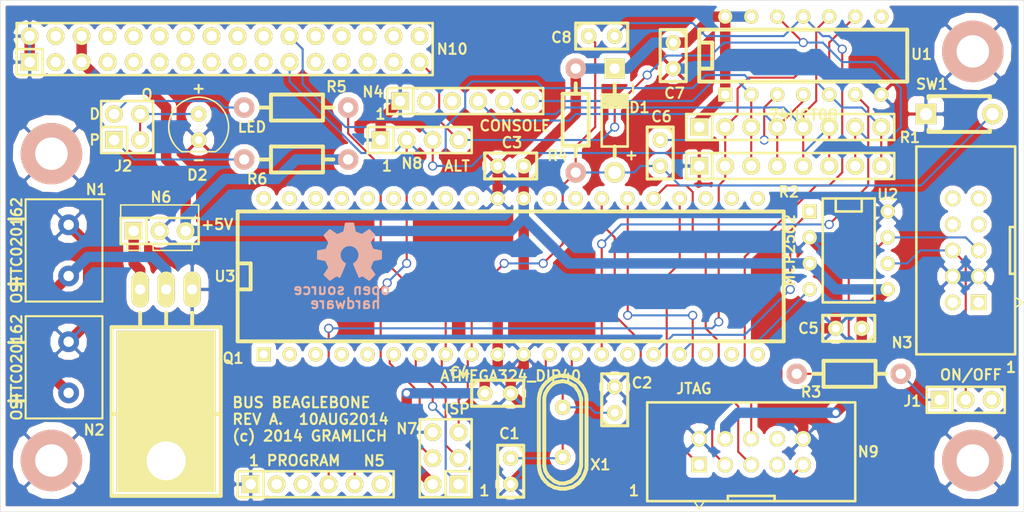
<source format=kicad_pcb>
(kicad_pcb (version 3) (host pcbnew "(2014-jan-25)-product")
  (layers (15 F.Cu signal) (0 B.Cu signal) (18 B.Paste user) (19 F.Paste user) (20 B.SilkS user) (21 F.SilkS user) (22 B.Mask user) (23 F.Mask user) (28 Edge.Cuts user))
  (net 0 "")
  (net 1 /XTAL2)
  (net 2 GND)
  (net 3 /XTAL1)
  (net 4 /~RESET)
  (net 5 +5V)
  (net 6 "Net-(D2-Pad+)")
  (net 7 "Net-(J1-Pad1)")
  (net 8 "Net-(J1-Pad3)")
  (net 9 "Net-(J2-Pad1)")
  (net 10 "Net-(J2-Pad2)")
  (net 11 "Net-(N3-Pad2)")
  (net 12 "Net-(N6-Pad1)")
  (net 13 /MISO)
  (net 14 /SCK)
  (net 15 /MOSI)
  (net 16 /TCK)
  (net 17 /TDO)
  (net 18 /TMS)
  (net 19 /TDI)
  (net 20 "Net-(N9-Pad7)")
  (net 21 /TXD0)
  (net 22 /RXD1)
  (net 23 /TXD1)
  (net 24 /RXD0)
  (net 25 "Net-(N10-Pad8)")
  (net 26 "Net-(N10-Pad10)")
  (net 27 "Net-(N10-Pad26)")
  (net 28 "Net-(N9-Pad8)")
  (net 29 "Net-(N10-Pad3)")
  (net 30 "Net-(N10-Pad7)")
  (net 31 "Net-(N10-Pad11)")
  (net 32 "Net-(N10-Pad12)")
  (net 33 "Net-(N10-Pad13)")
  (net 34 "Net-(N10-Pad15)")
  (net 35 "Net-(N10-Pad16)")
  (net 36 "Net-(N10-Pad17)")
  (net 37 "Net-(N10-Pad18)")
  (net 38 "Net-(N10-Pad19)")
  (net 39 "Net-(N10-Pad21)")
  (net 40 "Net-(N10-Pad22)")
  (net 41 "Net-(N10-Pad23)")
  (net 42 "Net-(N10-Pad24)")
  (net 43 "Net-(N10-Pad27)")
  (net 44 "Net-(N10-Pad28)")
  (net 45 "Net-(N10-Pad29)")
  (net 46 "Net-(N10-Pad31)")
  (net 47 "Net-(N10-Pad32)")
  (net 48 "Net-(U3-Pad1)")
  (net 49 "Net-(U3-Pad2)")
  (net 50 "Net-(U3-Pad3)")
  (net 51 "Net-(U3-Pad4)")
  (net 52 "Net-(U3-Pad5)")
  (net 53 "Net-(U3-Pad18)")
  (net 54 "Net-(U3-Pad19)")
  (net 55 "Net-(U3-Pad20)")
  (net 56 "Net-(U3-Pad21)")
  (net 57 "Net-(U3-Pad22)")
  (net 58 "Net-(U3-Pad23)")
  (net 59 "Net-(U3-Pad28)")
  (net 60 "Net-(U3-Pad29)")
  (net 61 "Net-(U3-Pad32)")
  (net 62 "Net-(U3-Pad33)")
  (net 63 "Net-(U3-Pad34)")
  (net 64 "Net-(U3-Pad35)")
  (net 65 "Net-(U3-Pad36)")
  (net 66 "Net-(U3-Pad37)")
  (net 67 "Net-(U3-Pad38)")
  (net 68 "Net-(U3-Pad39)")
  (net 69 "Net-(U3-Pad40)")
  (net 70 /CANL)
  (net 71 /CANH)
  (net 72 /BAT+)
  (net 73 "Net-(C6-Pad1)")
  (net 74 "Net-(C8-Pad2)")
  (net 75 "Net-(N3-Pad1)")
  (net 76 "Net-(N4-Pad2)")
  (net 77 "Net-(N5-Pad2)")
  (net 78 "Net-(N5-Pad4)")
  (net 79 "Net-(N4-Pad6)")
  (net 80 "Net-(N4-Pad4)")
  (net 81 "Net-(N4-Pad5)")
  (net 82 "Net-(R1-Pad1)")
  (net 83 "Net-(N3-Pad7)")
  (net 84 "Net-(N3-Pad8)")
  (net 85 "Net-(N3-Pad9)")
  (net 86 "Net-(N3-Pad10)")
  (net 87 "Net-(N4-Pad3)")
  (net 88 "Net-(N5-Pad3)")
  (net 89 "Net-(N5-Pad6)")
  (net 90 "Net-(N10-Pad4)")
  (net 91 "Net-(N10-Pad9)")
  (net 92 "Net-(N10-Pad14)")
  (net 93 "Net-(N10-Pad20)")
  (net 94 "Net-(N10-Pad25)")
  (net 95 "Net-(N10-Pad30)")
  (module Bus_BeagleBone_Rev_A:Capacitor3MMDiscRM2.5 (layer F.Cu) (at 149.86 146.05 270)
    (fp_text reference C1 (at -3.683 0.127 360) (layer F.SilkS) (effects (font (size 1.016 1.016) (thickness 0.2032))))
    (fp_text value 18pF hide)
    (pad 1 thru_hole circle (at -1.27 0 270) (size 1.50114 1.50114) (drill 0.8001) (layers *.Cu *.Mask F.SilkS) (net 1 /XTAL2))
    (pad 2 thru_hole circle (at 1.27 0 270) (size 1.50114 1.50114) (drill 0.8001) (layers *.Cu *.Mask F.SilkS) (net 2 GND))
  )
  (module Bus_BeagleBone_Rev_A:Capacitor3MMDiscRM2.5 (layer F.Cu) (at 160.02 139.065 90)
    (fp_text reference C2 (at 1.651 2.667 180) (layer F.SilkS) (effects (font (size 1.016 1.016) (thickness 0.2032))))
    (fp_text value 18pF hide)
    (pad 1 thru_hole circle (at -1.27 0 90) (size 1.50114 1.50114) (drill 0.8001) (layers *.Cu *.Mask F.SilkS) (net 3 /XTAL1))
    (pad 2 thru_hole circle (at 1.27 0 90) (size 1.50114 1.50114) (drill 0.8001) (layers *.Cu *.Mask F.SilkS) (net 2 GND))
  )
  (module Bus_BeagleBone_Rev_A:Capacitor3MMDiscRM2.5 (layer F.Cu) (at 149.86 116.205 180)
    (fp_text reference C3 (at -0.127 2.286 180) (layer F.SilkS) (effects (font (size 1.016 1.016) (thickness 0.2032))))
    (fp_text value .1uF hide)
    (pad 1 thru_hole circle (at -1.27 0 180) (size 1.50114 1.50114) (drill 0.8001) (layers *.Cu *.Mask F.SilkS) (net 5 +5V))
    (pad 2 thru_hole circle (at 1.27 0 180) (size 1.50114 1.50114) (drill 0.8001) (layers *.Cu *.Mask F.SilkS) (net 2 GND))
  )
  (module Bus_BeagleBone_Rev_A:Capacitor3MMDiscRM2.5 (layer F.Cu) (at 148.59 138.43)
    (fp_text reference C4 (at -3.683 -2.032) (layer F.SilkS) (effects (font (size 1.016 1.016) (thickness 0.2032))))
    (fp_text value .1uF hide)
    (pad 1 thru_hole circle (at -1.27 0) (size 1.50114 1.50114) (drill 0.8001) (layers *.Cu *.Mask F.SilkS) (net 5 +5V))
    (pad 2 thru_hole circle (at 1.27 0) (size 1.50114 1.50114) (drill 0.8001) (layers *.Cu *.Mask F.SilkS) (net 2 GND))
  )
  (module Bus_BeagleBone_Rev_A:Capacitor3MMDiscRM2.5 (layer F.Cu) (at 182.88 132.08 180)
    (fp_text reference C5 (at 3.937 0 180) (layer F.SilkS) (effects (font (size 1.016 1.016) (thickness 0.2032))))
    (fp_text value .1uF hide)
    (pad 1 thru_hole circle (at -1.27 0 180) (size 1.50114 1.50114) (drill 0.8001) (layers *.Cu *.Mask F.SilkS) (net 5 +5V))
    (pad 2 thru_hole circle (at 1.27 0 180) (size 1.50114 1.50114) (drill 0.8001) (layers *.Cu *.Mask F.SilkS) (net 2 GND))
  )
  (module Bus_BeagleBone_Rev_A:Capacitor3MMDiscRM2.5 (layer F.Cu) (at 164.465 114.935 270)
    (fp_text reference C6 (at -3.556 -0.127 360) (layer F.SilkS) (effects (font (size 1.016 1.016) (thickness 0.2032))))
    (fp_text value .1uF hide)
    (pad 1 thru_hole circle (at -1.27 0 270) (size 1.50114 1.50114) (drill 0.8001) (layers *.Cu *.Mask F.SilkS) (net 73 "Net-(C6-Pad1)"))
    (pad 2 thru_hole circle (at 1.27 0 270) (size 1.50114 1.50114) (drill 0.8001) (layers *.Cu *.Mask F.SilkS) (net 4 /~RESET))
  )
  (module Bus_BeagleBone_Rev_A:Capacitor3MMDiscRM2.5 (layer F.Cu) (at 165.735 105.41 270)
    (fp_text reference C7 (at 3.683 -0.127 360) (layer F.SilkS) (effects (font (size 1.016 1.016) (thickness 0.2032))))
    (fp_text value .1uF hide)
    (pad 1 thru_hole circle (at -1.27 0 270) (size 1.50114 1.50114) (drill 0.8001) (layers *.Cu *.Mask F.SilkS) (net 5 +5V))
    (pad 2 thru_hole circle (at 1.27 0 270) (size 1.50114 1.50114) (drill 0.8001) (layers *.Cu *.Mask F.SilkS) (net 2 GND))
  )
  (module Bus_BeagleBone_Rev_A:Capacitor3MMDiscRM2.5 (layer F.Cu) (at 158.75 103.505)
    (fp_text reference C8 (at -3.937 0.127) (layer F.SilkS) (effects (font (size 1.016 1.016) (thickness 0.2032))))
    (fp_text value .1uF hide)
    (pad 1 thru_hole circle (at -1.27 0) (size 1.50114 1.50114) (drill 0.8001) (layers *.Cu *.Mask F.SilkS) (net 4 /~RESET))
    (pad 2 thru_hole circle (at 1.27 0) (size 1.50114 1.50114) (drill 0.8001) (layers *.Cu *.Mask F.SilkS) (net 74 "Net-(C8-Pad2)"))
  )
  (module Bus_BeagleBone_Rev_A:Diode_DO-41_SOD81_Horizontal_RM10 (layer F.Cu) (at 160.02 111.76 90)
    (fp_text reference D1 (at 1.27 2.413 180) (layer F.SilkS) (effects (font (size 1.016 1.016) (thickness 0.2032))))
    (fp_text value SD101C-TR hide)
    (fp_text user - (at 3.14 1.71 90) (layer F.SilkS) (effects (font (size 1.016 1.016) (thickness 0.2032))))
    (fp_text user + (at -3.42 1.56 90) (layer F.SilkS) (effects (font (size 1.016 1.016) (thickness 0.2032))))
    (pad + thru_hole circle (at -5.08 0 90) (size 1.99898 1.99898) (drill 1.27) (layers *.Cu *.Mask F.SilkS) (net 4 /~RESET))
    (pad - thru_hole rect (at 5.08 0 90) (size 1.99898 1.99898) (drill 1.00076) (layers *.Cu *.Mask F.SilkS) (net 5 +5V))
  )
  (module Bus_BeagleBone_Rev_A:T1_LED (layer F.Cu) (at 119.38 112.395)
    (fp_text reference D2 (at -0.127 4.699) (layer F.SilkS) (effects (font (size 1.016 1.016) (thickness 0.2032))))
    (fp_text value LED (at 5.207 0) (layer F.SilkS) (effects (font (size 1.016 1.016) (thickness 0.2032))))
    (fp_text user - (at 0 3.175) (layer F.SilkS) (effects (font (size 1.016 1.016) (thickness 0.2032))))
    (fp_text user + (at 0 -3.81) (layer F.SilkS) (effects (font (size 1.016 1.016) (thickness 0.2032))))
    (pad + thru_hole circle (at 0 -1.27) (size 1.524 1.524) (drill 0.762) (layers *.Cu *.Mask F.SilkS) (net 6 "Net-(D2-Pad+)"))
    (pad - thru_hole circle (at 0 1.27) (size 1.524 1.524) (drill 0.762) (layers *.Cu *.Mask F.SilkS) (net 2 GND))
  )
  (module Bus_BeagleBone_Rev_A:MountingHole_3mm (layer F.Cu) (at 105 115)
    (fp_text reference H1 (at 0.235001 -0.35499) (layer F.SilkS) (effects (font (size 1.016 1.016) (thickness 0.2032))))
    (fp_text value 3MM_HOLE hide)
    (pad 1 thru_hole circle (at 0 0) (size 6 6) (drill 3.175) (layers *.Cu *.SilkS *.Mask) (net 2 GND))
  )
  (module Bus_BeagleBone_Rev_A:MountingHole_3mm (layer F.Cu) (at 195 105)
    (fp_text reference H2 (at 0.235001 -0.35499) (layer F.SilkS) (effects (font (size 1.016 1.016) (thickness 0.2032))))
    (fp_text value 3MM_HOLE hide)
    (pad 1 thru_hole circle (at 0 0) (size 6 6) (drill 3.175) (layers *.Cu *.SilkS *.Mask) (net 2 GND))
  )
  (module Bus_BeagleBone_Rev_A:MountingHole_3mm (layer F.Cu) (at 105 145)
    (fp_text reference H3 (at 0.235001 -0.35499) (layer F.SilkS) (effects (font (size 1.016 1.016) (thickness 0.2032))))
    (fp_text value 3MM_HOLE hide)
    (pad 1 thru_hole circle (at 0 0) (size 6 6) (drill 3.175) (layers *.Cu *.SilkS *.Mask) (net 2 GND))
  )
  (module Bus_BeagleBone_Rev_A:MountingHole_3mm (layer F.Cu) (at 195 145)
    (fp_text reference H4 (at 0.235001 -0.35499) (layer F.SilkS) (effects (font (size 1.016 1.016) (thickness 0.2032))))
    (fp_text value 3MM_HOLE hide)
    (pad 1 thru_hole circle (at 0 0) (size 6 6) (drill 3.175) (layers *.Cu *.SilkS *.Mask) (net 2 GND))
  )
  (module Bus_BeagleBone_Rev_A:Pin_Header_Straight_1x03 (layer F.Cu) (at 194.31 139.065)
    (fp_text reference J1 (at -5.207 0.127) (layer F.SilkS) (effects (font (size 1.016 1.016) (thickness 0.2032))))
    (fp_text value TERMINATE_JUMPER hide)
    (pad 1 thru_hole rect (at -2.54 0) (size 1.7272 1.7272) (drill 1.016) (layers *.Cu *.Mask F.SilkS) (net 7 "Net-(J1-Pad1)"))
    (pad 2 thru_hole circle (at 0 0) (size 1.7272 1.7272) (drill 1.016) (layers *.Cu *.Mask F.SilkS) (net 70 /CANL))
    (pad 3 thru_hole circle (at 2.54 0) (size 1.7272 1.7272) (drill 1.016) (layers *.Cu *.Mask F.SilkS) (net 8 "Net-(J1-Pad3)"))
  )
  (module Bus_BeagleBone_Rev_A:Pin_Header_Straight_2x02 (layer F.Cu) (at 112.395 112.395)
    (fp_text reference J2 (at -0.381 3.81) (layer F.SilkS) (effects (font (size 1.016 1.016) (thickness 0.2032))))
    (fp_text value LED_JUMPER hide)
    (pad 1 thru_hole rect (at -1.27 1.27) (size 1.7272 1.7272) (drill 1.016) (layers *.Cu *.Mask F.SilkS) (net 9 "Net-(J2-Pad1)"))
    (pad 2 thru_hole oval (at -1.27 -1.27) (size 1.7272 1.7272) (drill 1.016) (layers *.Cu *.Mask F.SilkS) (net 10 "Net-(J2-Pad2)"))
    (pad 3 thru_hole oval (at 1.27 1.27) (size 1.7272 1.7272) (drill 1.016) (layers *.Cu *.Mask F.SilkS) (net 6 "Net-(D2-Pad+)"))
    (pad 4 thru_hole oval (at 1.27 -1.27) (size 1.7272 1.7272) (drill 1.016) (layers *.Cu *.Mask F.SilkS) (net 6 "Net-(D2-Pad+)"))
  )
  (module Bus_BeagleBone_Rev_A:5MM_TERMINAL_BLOCK_2_POS (layer F.Cu) (at 106.68 124.46 90)
    (fp_text reference N1 (at 5.95 2.69 180) (layer F.SilkS) (effects (font (size 1.016 1.016) (thickness 0.2032))))
    (fp_text value OSTTC020162 (at 0 -5.08 90) (layer F.SilkS) (effects (font (size 1.016 1.016) (thickness 0.2032))))
    (pad 1 thru_hole circle (at -2.5 0 90) (size 2.032 2.032) (drill 1.016) (layers *.Cu *.Mask) (net 72 /BAT+))
    (pad 2 thru_hole circle (at 2.5 0 90) (size 2.032 2.032) (drill 1.016) (layers *.Cu *.Mask) (net 2 GND))
  )
  (module Bus_BeagleBone_Rev_A:5MM_TERMINAL_BLOCK_2_POS (layer F.Cu) (at 106.68 135.89 90)
    (fp_text reference N2 (at -6.13 2.49 180) (layer F.SilkS) (effects (font (size 1.016 1.016) (thickness 0.2032))))
    (fp_text value OSTTC020162 (at 0 -5.08 90) (layer F.SilkS) (effects (font (size 1.016 1.016) (thickness 0.2032))))
    (pad 1 thru_hole circle (at -2.5 0 90) (size 2.032 2.032) (drill 1.016) (layers *.Cu *.Mask) (net 72 /BAT+))
    (pad 2 thru_hole circle (at 2.5 0 90) (size 2.032 2.032) (drill 1.016) (layers *.Cu *.Mask) (net 2 GND))
  )
  (module Bus_BeagleBone_Rev_A:Pin_Header_Straight_2x05_Shrouded (layer F.Cu) (at 194.31 124.46 90)
    (fp_text reference N3 (at -9.017 -6.223 360) (layer F.SilkS) (effects (font (size 1.016 1.016) (thickness 0.2032))))
    (fp_text value BHR-10-HUA hide)
    (pad 1 thru_hole rect (at -5.08 1.27 90) (size 1.524 1.524) (drill 1.016) (layers *.Cu *.Mask F.SilkS) (net 75 "Net-(N3-Pad1)"))
    (pad 2 thru_hole circle (at -5.08 -1.27 90) (size 1.524 1.524) (drill 1.016) (layers *.Cu *.Mask F.SilkS) (net 11 "Net-(N3-Pad2)"))
    (pad 3 thru_hole circle (at -2.54 1.27 90) (size 1.524 1.524) (drill 1.016) (layers *.Cu *.Mask F.SilkS) (net 2 GND))
    (pad 4 thru_hole circle (at -2.54 -1.27 90) (size 1.524 1.524) (drill 1.016) (layers *.Cu *.Mask F.SilkS) (net 2 GND))
    (pad 5 thru_hole circle (at 0 1.27 90) (size 1.524 1.524) (drill 1.016) (layers *.Cu *.Mask F.SilkS) (net 71 /CANH))
    (pad 6 thru_hole circle (at 0 -1.27 90) (size 1.524 1.524) (drill 1.016) (layers *.Cu *.Mask F.SilkS) (net 70 /CANL))
    (pad 7 thru_hole circle (at 2.54 1.27 90) (size 1.524 1.524) (drill 1.016) (layers *.Cu *.Mask F.SilkS) (net 83 "Net-(N3-Pad7)"))
    (pad 8 thru_hole circle (at 2.54 -1.27 90) (size 1.524 1.524) (drill 1.016) (layers *.Cu *.Mask F.SilkS) (net 84 "Net-(N3-Pad8)"))
    (pad 9 thru_hole circle (at 5.08 1.27 90) (size 1.524 1.524) (drill 1.016) (layers *.Cu *.Mask F.SilkS) (net 85 "Net-(N3-Pad9)"))
    (pad 10 thru_hole circle (at 5.08 -1.27 90) (size 1.524 1.524) (drill 1.016) (layers *.Cu *.Mask F.SilkS) (net 86 "Net-(N3-Pad10)"))
  )
  (module Bus_BeagleBone_Rev_A:Pin_Header_Straight_1x06 (layer F.Cu) (at 145.415 109.855)
    (fp_text reference N4 (at -9.017 -0.889) (layer F.SilkS) (effects (font (size 1.016 1.016) (thickness 0.2032))))
    (fp_text value FTDI_HEADER hide)
    (pad 1 thru_hole rect (at -6.35 0) (size 1.7272 1.7272) (drill 1.016) (layers *.Cu *.Mask F.SilkS) (net 2 GND))
    (pad 2 thru_hole circle (at -3.81 0) (size 1.7272 1.7272) (drill 1.016) (layers *.Cu *.Mask F.SilkS) (net 76 "Net-(N4-Pad2)"))
    (pad 3 thru_hole circle (at -1.27 0) (size 1.7272 1.7272) (drill 1.016) (layers *.Cu *.Mask F.SilkS) (net 87 "Net-(N4-Pad3)"))
    (pad 4 thru_hole circle (at 1.27 0) (size 1.7272 1.7272) (drill 1.016) (layers *.Cu *.Mask F.SilkS) (net 80 "Net-(N4-Pad4)"))
    (pad 5 thru_hole circle (at 3.81 0) (size 1.7272 1.7272) (drill 1.016) (layers *.Cu *.Mask F.SilkS) (net 81 "Net-(N4-Pad5)"))
    (pad 6 thru_hole circle (at 6.35 0) (size 1.7272 1.7272) (drill 1.016) (layers *.Cu *.Mask F.SilkS) (net 79 "Net-(N4-Pad6)"))
  )
  (module Bus_BeagleBone_Rev_A:Pin_Header_Straight_1x06 (layer F.Cu) (at 130.81 147.32)
    (fp_text reference N5 (at 5.715 -2.286) (layer F.SilkS) (effects (font (size 1.016 1.016) (thickness 0.2032))))
    (fp_text value FTDI_HEADER hide)
    (pad 1 thru_hole rect (at -6.35 0) (size 1.7272 1.7272) (drill 1.016) (layers *.Cu *.Mask F.SilkS) (net 2 GND))
    (pad 2 thru_hole circle (at -3.81 0) (size 1.7272 1.7272) (drill 1.016) (layers *.Cu *.Mask F.SilkS) (net 77 "Net-(N5-Pad2)"))
    (pad 3 thru_hole circle (at -1.27 0) (size 1.7272 1.7272) (drill 1.016) (layers *.Cu *.Mask F.SilkS) (net 88 "Net-(N5-Pad3)"))
    (pad 4 thru_hole circle (at 1.27 0) (size 1.7272 1.7272) (drill 1.016) (layers *.Cu *.Mask F.SilkS) (net 78 "Net-(N5-Pad4)"))
    (pad 5 thru_hole circle (at 3.81 0) (size 1.7272 1.7272) (drill 1.016) (layers *.Cu *.Mask F.SilkS) (net 39 "Net-(N10-Pad21)"))
    (pad 6 thru_hole circle (at 6.35 0) (size 1.7272 1.7272) (drill 1.016) (layers *.Cu *.Mask F.SilkS) (net 89 "Net-(N5-Pad6)"))
  )
  (module Bus_BeagleBone_Rev_A:OKI_DC_TO_DC_CONNECTOR (layer F.Cu) (at 115.57 122.555)
    (fp_text reference N6 (at 0.127 -3.302) (layer F.SilkS) (effects (font (size 1.016 1.016) (thickness 0.2032))))
    (fp_text value OKI-77SR-5/1.5-W36-C hide)
    (pad 1 thru_hole rect (at -2.54 0) (size 1.7272 1.7272) (drill 1.016) (layers *.Cu *.Mask F.SilkS) (net 12 "Net-(N6-Pad1)"))
    (pad 2 thru_hole circle (at 0 0) (size 1.7272 1.7272) (drill 1.016) (layers *.Cu *.Mask F.SilkS) (net 2 GND))
    (pad 3 thru_hole circle (at 2.54 0) (size 1.7272 1.7272) (drill 1.016) (layers *.Cu *.Mask F.SilkS) (net 5 +5V))
  )
  (module Bus_BeagleBone_Rev_A:Pin_Header_Straight_2x03 (layer F.Cu) (at 143.51 144.78 90)
    (fp_text reference N7 (at 2.89 -3.8 180) (layer F.SilkS) (effects (font (size 1.016 1.016) (thickness 0.2032))))
    (fp_text value AVR_ISP_HEADER hide)
    (pad 1 thru_hole rect (at -2.54 1.27 90) (size 1.7272 1.7272) (drill 1.016) (layers *.Cu *.Mask F.SilkS) (net 13 /MISO))
    (pad 2 thru_hole oval (at -2.54 -1.27 90) (size 1.7272 1.7272) (drill 1.016) (layers *.Cu *.Mask F.SilkS) (net 5 +5V))
    (pad 3 thru_hole oval (at 0 1.27 90) (size 1.7272 1.7272) (drill 1.016) (layers *.Cu *.Mask F.SilkS) (net 14 /SCK))
    (pad 4 thru_hole oval (at 0 -1.27 90) (size 1.7272 1.7272) (drill 1.016) (layers *.Cu *.Mask F.SilkS) (net 15 /MOSI))
    (pad 5 thru_hole oval (at 2.54 1.27 90) (size 1.7272 1.7272) (drill 1.016) (layers *.Cu *.Mask F.SilkS) (net 4 /~RESET))
    (pad 6 thru_hole oval (at 2.54 -1.27 90) (size 1.7272 1.7272) (drill 1.016) (layers *.Cu *.Mask F.SilkS) (net 2 GND))
  )
  (module Bus_BeagleBone_Rev_A:Pin_Header_Straight_1x04 (layer F.Cu) (at 140.97 113.665)
    (fp_text reference N8 (at -0.762 2.286) (layer F.SilkS) (effects (font (size 1.016 1.016) (thickness 0.2032))))
    (fp_text value SERIAL_CONNECTOR hide)
    (pad 1 thru_hole rect (at -3.81 0) (size 1.7272 1.7272) (drill 1.016) (layers *.Cu *.Mask F.SilkS) (net 2 GND))
    (pad 2 thru_hole circle (at -1.27 0) (size 1.7272 1.7272) (drill 1.016) (layers *.Cu *.Mask F.SilkS) (net 39 "Net-(N10-Pad21)"))
    (pad 3 thru_hole circle (at 1.27 0) (size 1.7272 1.7272) (drill 1.016) (layers *.Cu *.Mask F.SilkS) (net 40 "Net-(N10-Pad22)"))
    (pad 4 thru_hole circle (at 3.81 0) (size 1.7272 1.7272) (drill 1.016) (layers *.Cu *.Mask F.SilkS) (net 46 "Net-(N10-Pad31)"))
  )
  (module Bus_BeagleBone_Rev_A:Pin_Header_Straight_2x05_Shrouded (layer F.Cu) (at 173.355 144.145)
    (fp_text reference N9 (at 11.43 0 180) (layer F.SilkS) (effects (font (size 1.016 1.016) (thickness 0.2032))))
    (fp_text value BHR-10-HUA hide)
    (pad 1 thru_hole rect (at -5.08 1.27) (size 1.524 1.524) (drill 1.016) (layers *.Cu *.Mask F.SilkS) (net 16 /TCK))
    (pad 2 thru_hole circle (at -5.08 -1.27) (size 1.524 1.524) (drill 1.016) (layers *.Cu *.Mask F.SilkS) (net 2 GND))
    (pad 3 thru_hole circle (at -2.54 1.27) (size 1.524 1.524) (drill 1.016) (layers *.Cu *.Mask F.SilkS) (net 17 /TDO))
    (pad 4 thru_hole circle (at -2.54 -1.27) (size 1.524 1.524) (drill 1.016) (layers *.Cu *.Mask F.SilkS) (net 5 +5V))
    (pad 5 thru_hole circle (at 0 1.27) (size 1.524 1.524) (drill 1.016) (layers *.Cu *.Mask F.SilkS) (net 18 /TMS))
    (pad 6 thru_hole circle (at 0 -1.27) (size 1.524 1.524) (drill 1.016) (layers *.Cu *.Mask F.SilkS) (net 74 "Net-(C8-Pad2)"))
    (pad 7 thru_hole circle (at 2.54 1.27) (size 1.524 1.524) (drill 1.016) (layers *.Cu *.Mask F.SilkS) (net 20 "Net-(N9-Pad7)"))
    (pad 8 thru_hole circle (at 2.54 -1.27) (size 1.524 1.524) (drill 1.016) (layers *.Cu *.Mask F.SilkS) (net 28 "Net-(N9-Pad8)"))
    (pad 9 thru_hole circle (at 5.08 1.27) (size 1.524 1.524) (drill 1.016) (layers *.Cu *.Mask F.SilkS) (net 19 /TDI))
    (pad 10 thru_hole circle (at 5.08 -1.27) (size 1.524 1.524) (drill 1.016) (layers *.Cu *.Mask F.SilkS) (net 2 GND))
  )
  (module Bus_BeagleBone_Rev_A:TO-220_FET-GDS_Horizontal_LargePads (layer F.Cu) (at 116.205 128.27 180)
    (fp_text reference Q1 (at -6.545 -6.73 180) (layer F.SilkS) (effects (font (size 1.016 1.016) (thickness 0.2032))))
    (fp_text value FQP47P06 hide)
    (fp_text user G (at -2.54 -5.08 180) (layer F.SilkS) (effects (font (size 1.00076 1.00076) (thickness 0.25146))))
    (fp_text user S (at 2.54 -5.08 180) (layer F.SilkS) (effects (font (size 1.00076 1.00076) (thickness 0.25146))))
    (fp_text user D (at 0 -5.08 180) (layer F.SilkS) (effects (font (size 1.00076 1.00076) (thickness 0.25146))))
    (pad D thru_hole oval (at 0 0 270) (size 3.50012 1.69926) (drill 1.00076) (layers *.Cu *.Mask F.SilkS) (net 72 /BAT+))
    (pad G thru_hole oval (at -2.54 0 270) (size 3.50012 1.69926) (drill 1.00076) (layers *.Cu *.Mask F.SilkS) (net 2 GND))
    (pad S thru_hole oval (at 2.54 0 270) (size 3.50012 1.69926) (drill 1.00076) (layers *.Cu *.Mask F.SilkS) (net 12 "Net-(N6-Pad1)"))
    (pad "" thru_hole rect (at 0 -16.764 270) (size 15.748 9.652) (drill 3.79984 (offset -4.826 0)) (layers *.Cu F.SilkS F.Mask))
  )
  (module Bus_BeagleBone_Rev_A:Pin_Header_Straight_1x08 (layer F.Cu) (at 177.165 112.395)
    (fp_text reference R1 (at 11.684 1.016) (layer F.SilkS) (effects (font (size 1.016 1.016) (thickness 0.2032))))
    (fp_text value 22K hide)
    (pad 1 thru_hole rect (at -8.89 0) (size 1.7272 1.7272) (drill 1.016) (layers *.Cu *.Mask F.SilkS) (net 5 +5V))
    (pad 2 thru_hole circle (at -6.35 0) (size 1.7272 1.7272) (drill 1.016) (layers *.Cu *.Mask F.SilkS) (net 78 "Net-(N5-Pad4)"))
    (pad 3 thru_hole circle (at -3.81 0) (size 1.7272 1.7272) (drill 1.016) (layers *.Cu *.Mask F.SilkS) (net 79 "Net-(N4-Pad6)"))
    (pad 4 thru_hole circle (at -1.27 0) (size 1.7272 1.7272) (drill 1.016) (layers *.Cu *.Mask F.SilkS) (net 80 "Net-(N4-Pad4)"))
    (pad 5 thru_hole circle (at 1.27 0) (size 1.7272 1.7272) (drill 1.016) (layers *.Cu *.Mask F.SilkS) (net 81 "Net-(N4-Pad5)"))
    (pad 6 thru_hole circle (at 3.81 0) (size 1.7272 1.7272) (drill 1.016) (layers *.Cu *.Mask F.SilkS) (net 40 "Net-(N10-Pad22)"))
    (pad 7 thru_hole circle (at 6.35 0) (size 1.7272 1.7272) (drill 1.016) (layers *.Cu *.Mask F.SilkS) (net 46 "Net-(N10-Pad31)"))
    (pad 8 thru_hole circle (at 8.89 0) (size 1.7272 1.7272) (drill 1.016) (layers *.Cu *.Mask F.SilkS) (net 39 "Net-(N10-Pad21)"))
  )
  (module Bus_BeagleBone_Rev_A:Pin_Header_Straight_1x08 (layer F.Cu) (at 177.165 116.205)
    (fp_text reference R2 (at -0.127 2.54) (layer F.SilkS) (effects (font (size 1.016 1.016) (thickness 0.2032))))
    (fp_text value 33K hide)
    (pad 1 thru_hole rect (at -8.89 0) (size 1.7272 1.7272) (drill 1.016) (layers *.Cu *.Mask F.SilkS) (net 2 GND))
    (pad 2 thru_hole circle (at -6.35 0) (size 1.7272 1.7272) (drill 1.016) (layers *.Cu *.Mask F.SilkS) (net 78 "Net-(N5-Pad4)"))
    (pad 3 thru_hole circle (at -3.81 0) (size 1.7272 1.7272) (drill 1.016) (layers *.Cu *.Mask F.SilkS) (net 79 "Net-(N4-Pad6)"))
    (pad 4 thru_hole circle (at -1.27 0) (size 1.7272 1.7272) (drill 1.016) (layers *.Cu *.Mask F.SilkS) (net 80 "Net-(N4-Pad4)"))
    (pad 5 thru_hole circle (at 1.27 0) (size 1.7272 1.7272) (drill 1.016) (layers *.Cu *.Mask F.SilkS) (net 81 "Net-(N4-Pad5)"))
    (pad 6 thru_hole circle (at 3.81 0) (size 1.7272 1.7272) (drill 1.016) (layers *.Cu *.Mask F.SilkS) (net 40 "Net-(N10-Pad22)"))
    (pad 7 thru_hole circle (at 6.35 0) (size 1.7272 1.7272) (drill 1.016) (layers *.Cu *.Mask F.SilkS) (net 46 "Net-(N10-Pad31)"))
    (pad 8 thru_hole circle (at 8.89 0) (size 1.7272 1.7272) (drill 1.016) (layers *.Cu *.Mask F.SilkS) (net 39 "Net-(N10-Pad21)"))
  )
  (module Bus_BeagleBone_Rev_A:Resistor_Horizontal__400 (layer F.Cu) (at 182.88 136.525)
    (fp_text reference R3 (at -3.683 1.778) (layer F.SilkS) (effects (font (size 1.016 1.016) (thickness 0.2032))))
    (fp_text value "120 1%" hide)
    (pad 1 thru_hole circle (at -5.08 0) (size 1.99898 1.99898) (drill 1.00076) (layers *.Cu *.SilkS *.Mask) (net 71 /CANH))
    (pad 2 thru_hole circle (at 5.08 0) (size 1.99898 1.99898) (drill 1.00076) (layers *.Cu *.SilkS *.Mask) (net 7 "Net-(J1-Pad1)"))
  )
  (module Bus_BeagleBone_Rev_A:Resistor_Horizontal__400 (layer F.Cu) (at 156.21 111.76 90)
    (fp_text reference R4 (at -3.429 -1.778 180) (layer F.SilkS) (effects (font (size 1.016 1.016) (thickness 0.2032))))
    (fp_text value 10K hide)
    (pad 1 thru_hole circle (at -5.08 0 90) (size 1.99898 1.99898) (drill 1.00076) (layers *.Cu *.SilkS *.Mask) (net 4 /~RESET))
    (pad 2 thru_hole circle (at 5.08 0 90) (size 1.99898 1.99898) (drill 1.00076) (layers *.Cu *.SilkS *.Mask) (net 5 +5V))
  )
  (module Bus_BeagleBone_Rev_A:Resistor_Horizontal__400 (layer F.Cu) (at 128.905 110.49)
    (fp_text reference R5 (at 3.937 -2.032) (layer F.SilkS) (effects (font (size 1.016 1.016) (thickness 0.2032))))
    (fp_text value 470 hide)
    (pad 1 thru_hole circle (at -5.08 0) (size 1.99898 1.99898) (drill 1.00076) (layers *.Cu *.SilkS *.Mask) (net 10 "Net-(J2-Pad2)"))
    (pad 2 thru_hole circle (at 5.08 0) (size 1.99898 1.99898) (drill 1.00076) (layers *.Cu *.SilkS *.Mask) (net 14 /SCK))
  )
  (module Bus_BeagleBone_Rev_A:Resistor_Horizontal__400 (layer F.Cu) (at 128.905 115.57)
    (fp_text reference R6 (at -3.81 1.905) (layer F.SilkS) (effects (font (size 1.016 1.016) (thickness 0.2032))))
    (fp_text value 470 hide)
    (pad 1 thru_hole circle (at -5.08 0) (size 1.99898 1.99898) (drill 1.00076) (layers *.Cu *.SilkS *.Mask) (net 9 "Net-(J2-Pad1)"))
    (pad 2 thru_hole circle (at 5.08 0) (size 1.99898 1.99898) (drill 1.00076) (layers *.Cu *.SilkS *.Mask) (net 5 +5V))
  )
  (module Bus_BeagleBone_Rev_A:Button_6.5MM (layer F.Cu) (at 193.675 111.125)
    (fp_text reference SW1 (at -2.667 -2.921 180) (layer F.SilkS) (effects (font (size 1.016 1.016) (thickness 0.2032))))
    (fp_text value MJTP1243 hide)
    (pad 1 thru_hole rect (at -3.2512 0) (size 1.99898 1.99898) (drill 1.19888) (layers *.Cu *.Mask F.SilkS) (net 2 GND))
    (pad 2 thru_hole circle (at 3.2512 0) (size 1.99898 1.99898) (drill 1.19888) (layers *.Cu *.Mask F.SilkS) (net 4 /~RESET))
  )
  (module Bus_BeagleBone_Rev_A:DIP-14__300 (layer F.Cu) (at 178.435 105.41)
    (fp_text reference U1 (at 11.557 -0.127) (layer F.SilkS) (effects (font (size 1.016 1.016) (thickness 0.2032))))
    (fp_text value 74HCT08 (at 0 5.8) (layer F.SilkS) (effects (font (size 1.016 1.016) (thickness 0.2032))))
    (pad 1 thru_hole rect (at -7.62 3.81) (size 1.397 1.397) (drill 0.8128) (layers *.Cu *.Mask F.SilkS) (net 5 +5V))
    (pad 2 thru_hole circle (at -5.08 3.81) (size 1.397 1.397) (drill 0.8128) (layers *.Cu *.Mask F.SilkS) (net 79 "Net-(N4-Pad6)"))
    (pad 3 thru_hole circle (at -2.54 3.81) (size 1.397 1.397) (drill 0.8128) (layers *.Cu *.Mask F.SilkS) (net 73 "Net-(C6-Pad1)"))
    (pad 4 thru_hole circle (at 0 3.81) (size 1.397 1.397) (drill 0.8128) (layers *.Cu *.Mask F.SilkS) (net 80 "Net-(N4-Pad4)"))
    (pad 5 thru_hole circle (at 2.54 3.81) (size 1.397 1.397) (drill 0.8128) (layers *.Cu *.Mask F.SilkS) (net 39 "Net-(N10-Pad21)"))
    (pad 6 thru_hole circle (at 5.08 3.81) (size 1.397 1.397) (drill 0.8128) (layers *.Cu *.Mask F.SilkS) (net 24 /RXD0))
    (pad 7 thru_hole circle (at 7.62 3.81) (size 1.397 1.397) (drill 0.8128) (layers *.Cu *.Mask F.SilkS) (net 2 GND))
    (pad 8 thru_hole circle (at 7.62 -3.81) (size 1.397 1.397) (drill 0.8128) (layers *.Cu *.Mask F.SilkS) (net 82 "Net-(R1-Pad1)"))
    (pad 9 thru_hole circle (at 5.08 -3.81) (size 1.397 1.397) (drill 0.8128) (layers *.Cu *.Mask F.SilkS) (net 81 "Net-(N4-Pad5)"))
    (pad 10 thru_hole circle (at 2.54 -3.81) (size 1.397 1.397) (drill 0.8128) (layers *.Cu *.Mask F.SilkS) (net 78 "Net-(N5-Pad4)"))
    (pad 11 thru_hole circle (at 0 -3.81) (size 1.397 1.397) (drill 0.8128) (layers *.Cu *.Mask F.SilkS) (net 74 "Net-(C8-Pad2)"))
    (pad 12 thru_hole circle (at -2.54 -3.81) (size 1.397 1.397) (drill 0.8128) (layers *.Cu *.Mask F.SilkS) (net 46 "Net-(N10-Pad31)"))
    (pad 13 thru_hole circle (at -5.08 -3.81) (size 1.397 1.397) (drill 0.8128) (layers *.Cu *.Mask F.SilkS) (net 5 +5V))
    (pad 14 thru_hole circle (at -7.62 -3.81) (size 1.397 1.397) (drill 0.8128) (layers *.Cu *.Mask F.SilkS) (net 5 +5V))
  )
  (module Bus_BeagleBone_Rev_A:DIP-8__300 (layer F.Cu) (at 182.88 124.46 270)
    (fp_text reference U2 (at -5.461 -3.81 540) (layer F.SilkS) (effects (font (size 1.016 1.016) (thickness 0.2032))))
    (fp_text value MCP2562 (at 0 5.79 270) (layer F.SilkS) (effects (font (size 1.016 1.016) (thickness 0.2032))))
    (pad 1 thru_hole rect (at -3.81 3.81 270) (size 1.397 1.397) (drill 0.8128) (layers *.Cu *.Mask F.SilkS) (net 22 /RXD1))
    (pad 2 thru_hole circle (at -1.27 3.81 270) (size 1.397 1.397) (drill 0.8128) (layers *.Cu *.Mask F.SilkS) (net 2 GND))
    (pad 3 thru_hole circle (at 1.27 3.81 270) (size 1.397 1.397) (drill 0.8128) (layers *.Cu *.Mask F.SilkS) (net 5 +5V))
    (pad 4 thru_hole circle (at 3.81 3.81 270) (size 1.397 1.397) (drill 0.8128) (layers *.Cu *.Mask F.SilkS) (net 23 /TXD1))
    (pad 5 thru_hole circle (at 3.81 -3.81 270) (size 1.397 1.397) (drill 0.8128) (layers *.Cu *.Mask F.SilkS) (net 5 +5V))
    (pad 6 thru_hole circle (at 1.27 -3.81 270) (size 1.397 1.397) (drill 0.8128) (layers *.Cu *.Mask F.SilkS) (net 70 /CANL))
    (pad 7 thru_hole circle (at -1.27 -3.81 270) (size 1.397 1.397) (drill 0.8128) (layers *.Cu *.Mask F.SilkS) (net 71 /CANH))
    (pad 8 thru_hole circle (at -3.81 -3.81 270) (size 1.397 1.397) (drill 0.8128) (layers *.Cu *.Mask F.SilkS) (net 2 GND))
  )
  (module Bus_BeagleBone_Rev_A:DIP-40__600 (layer F.Cu) (at 149.86 127)
    (fp_text reference U3 (at -27.91 -0.01) (layer F.SilkS) (effects (font (size 1.016 1.016) (thickness 0.2032))))
    (fp_text value ATMEGA324_DIP40 (at 0 9.73) (layer F.SilkS) (effects (font (size 1.016 1.016) (thickness 0.2032))))
    (pad 1 thru_hole rect (at -24.13 7.62) (size 1.397 1.397) (drill 0.8128) (layers *.Cu *.Mask F.SilkS) (net 48 "Net-(U3-Pad1)"))
    (pad 2 thru_hole circle (at -21.59 7.62) (size 1.397 1.397) (drill 0.8128) (layers *.Cu *.Mask F.SilkS) (net 49 "Net-(U3-Pad2)"))
    (pad 3 thru_hole circle (at -19.05 7.62) (size 1.397 1.397) (drill 0.8128) (layers *.Cu *.Mask F.SilkS) (net 50 "Net-(U3-Pad3)"))
    (pad 4 thru_hole circle (at -16.51 7.62) (size 1.397 1.397) (drill 0.8128) (layers *.Cu *.Mask F.SilkS) (net 51 "Net-(U3-Pad4)"))
    (pad 5 thru_hole circle (at -13.97 7.62) (size 1.397 1.397) (drill 0.8128) (layers *.Cu *.Mask F.SilkS) (net 52 "Net-(U3-Pad5)"))
    (pad 6 thru_hole circle (at -11.43 7.62) (size 1.397 1.397) (drill 0.8128) (layers *.Cu *.Mask F.SilkS) (net 15 /MOSI))
    (pad 7 thru_hole circle (at -8.89 7.62) (size 1.397 1.397) (drill 0.8128) (layers *.Cu *.Mask F.SilkS) (net 13 /MISO))
    (pad 8 thru_hole circle (at -6.35 7.62) (size 1.397 1.397) (drill 0.8128) (layers *.Cu *.Mask F.SilkS) (net 14 /SCK))
    (pad 9 thru_hole circle (at -3.81 7.62) (size 1.397 1.397) (drill 0.8128) (layers *.Cu *.Mask F.SilkS) (net 4 /~RESET))
    (pad 10 thru_hole circle (at -1.27 7.62) (size 1.397 1.397) (drill 0.8128) (layers *.Cu *.Mask F.SilkS) (net 5 +5V))
    (pad 11 thru_hole circle (at 1.27 7.62) (size 1.397 1.397) (drill 0.8128) (layers *.Cu *.Mask F.SilkS) (net 2 GND))
    (pad 12 thru_hole circle (at 3.81 7.62) (size 1.397 1.397) (drill 0.8128) (layers *.Cu *.Mask F.SilkS) (net 1 /XTAL2))
    (pad 13 thru_hole circle (at 6.35 7.62) (size 1.397 1.397) (drill 0.8128) (layers *.Cu *.Mask F.SilkS) (net 3 /XTAL1))
    (pad 14 thru_hole circle (at 8.89 7.62) (size 1.397 1.397) (drill 0.8128) (layers *.Cu *.Mask F.SilkS) (net 24 /RXD0))
    (pad 15 thru_hole circle (at 11.43 7.62) (size 1.397 1.397) (drill 0.8128) (layers *.Cu *.Mask F.SilkS) (net 21 /TXD0))
    (pad 16 thru_hole circle (at 13.97 7.62) (size 1.397 1.397) (drill 0.8128) (layers *.Cu *.Mask F.SilkS) (net 22 /RXD1))
    (pad 17 thru_hole circle (at 16.51 7.62) (size 1.397 1.397) (drill 0.8128) (layers *.Cu *.Mask F.SilkS) (net 23 /TXD1))
    (pad 18 thru_hole circle (at 19.05 7.62) (size 1.397 1.397) (drill 0.8128) (layers *.Cu *.Mask F.SilkS) (net 53 "Net-(U3-Pad18)"))
    (pad 19 thru_hole circle (at 21.59 7.62) (size 1.397 1.397) (drill 0.8128) (layers *.Cu *.Mask F.SilkS) (net 54 "Net-(U3-Pad19)"))
    (pad 20 thru_hole circle (at 24.13 7.62) (size 1.397 1.397) (drill 0.8128) (layers *.Cu *.Mask F.SilkS) (net 55 "Net-(U3-Pad20)"))
    (pad 21 thru_hole circle (at 24.13 -7.62) (size 1.397 1.397) (drill 0.8128) (layers *.Cu *.Mask F.SilkS) (net 56 "Net-(U3-Pad21)"))
    (pad 22 thru_hole circle (at 21.59 -7.62) (size 1.397 1.397) (drill 0.8128) (layers *.Cu *.Mask F.SilkS) (net 57 "Net-(U3-Pad22)"))
    (pad 23 thru_hole circle (at 19.05 -7.62) (size 1.397 1.397) (drill 0.8128) (layers *.Cu *.Mask F.SilkS) (net 58 "Net-(U3-Pad23)"))
    (pad 24 thru_hole circle (at 16.51 -7.62) (size 1.397 1.397) (drill 0.8128) (layers *.Cu *.Mask F.SilkS) (net 16 /TCK))
    (pad 25 thru_hole circle (at 13.97 -7.62) (size 1.397 1.397) (drill 0.8128) (layers *.Cu *.Mask F.SilkS) (net 18 /TMS))
    (pad 26 thru_hole circle (at 11.43 -7.62) (size 1.397 1.397) (drill 0.8128) (layers *.Cu *.Mask F.SilkS) (net 17 /TDO))
    (pad 27 thru_hole circle (at 8.89 -7.62) (size 1.397 1.397) (drill 0.8128) (layers *.Cu *.Mask F.SilkS) (net 19 /TDI))
    (pad 28 thru_hole circle (at 6.35 -7.62) (size 1.397 1.397) (drill 0.8128) (layers *.Cu *.Mask F.SilkS) (net 59 "Net-(U3-Pad28)"))
    (pad 29 thru_hole circle (at 3.81 -7.62) (size 1.397 1.397) (drill 0.8128) (layers *.Cu *.Mask F.SilkS) (net 60 "Net-(U3-Pad29)"))
    (pad 30 thru_hole circle (at 1.27 -7.62) (size 1.397 1.397) (drill 0.8128) (layers *.Cu *.Mask F.SilkS) (net 5 +5V))
    (pad 31 thru_hole circle (at -1.27 -7.62) (size 1.397 1.397) (drill 0.8128) (layers *.Cu *.Mask F.SilkS) (net 2 GND))
    (pad 32 thru_hole circle (at -3.81 -7.62) (size 1.397 1.397) (drill 0.8128) (layers *.Cu *.Mask F.SilkS) (net 61 "Net-(U3-Pad32)"))
    (pad 33 thru_hole circle (at -6.35 -7.62) (size 1.397 1.397) (drill 0.8128) (layers *.Cu *.Mask F.SilkS) (net 62 "Net-(U3-Pad33)"))
    (pad 34 thru_hole circle (at -8.89 -7.62) (size 1.397 1.397) (drill 0.8128) (layers *.Cu *.Mask F.SilkS) (net 63 "Net-(U3-Pad34)"))
    (pad 35 thru_hole circle (at -11.43 -7.62) (size 1.397 1.397) (drill 0.8128) (layers *.Cu *.Mask F.SilkS) (net 64 "Net-(U3-Pad35)"))
    (pad 36 thru_hole circle (at -13.97 -7.62) (size 1.397 1.397) (drill 0.8128) (layers *.Cu *.Mask F.SilkS) (net 65 "Net-(U3-Pad36)"))
    (pad 37 thru_hole circle (at -16.51 -7.62) (size 1.397 1.397) (drill 0.8128) (layers *.Cu *.Mask F.SilkS) (net 66 "Net-(U3-Pad37)"))
    (pad 38 thru_hole circle (at -19.05 -7.62) (size 1.397 1.397) (drill 0.8128) (layers *.Cu *.Mask F.SilkS) (net 67 "Net-(U3-Pad38)"))
    (pad 39 thru_hole circle (at -21.59 -7.62) (size 1.397 1.397) (drill 0.8128) (layers *.Cu *.Mask F.SilkS) (net 68 "Net-(U3-Pad39)"))
    (pad 40 thru_hole circle (at -24.13 -7.62) (size 1.397 1.397) (drill 0.8128) (layers *.Cu *.Mask F.SilkS) (net 69 "Net-(U3-Pad40)"))
  )
  (module Bus_BeagleBone_Rev_A:Crystal_HC49-U_Vertical (layer F.Cu) (at 154.94 142.24 90)
    (fp_text reference X1 (at -3.175 3.683 180) (layer F.SilkS) (effects (font (size 1.016 1.016) (thickness 0.2032))))
    (fp_text value 16MHz hide)
    (pad 1 thru_hole circle (at -2.44094 0 90) (size 1.50114 1.50114) (drill 0.8001) (layers *.Cu *.Mask F.SilkS) (net 1 /XTAL2))
    (pad 2 thru_hole circle (at 2.44094 0 90) (size 1.50114 1.50114) (drill 0.8001) (layers *.Cu *.Mask F.SilkS) (net 3 /XTAL1))
  )
  (module Bus_BeagleBone_Rev_A:OSHW_LOGO_250mil (layer B.Cu) (at 134.112 124.587)
    (fp_text reference X2 hide)
    (fp_text value OSHW_LOGO hide)
  )
  (module Bus_BeagleBone_Rev_A:Pin_Header_Straight_2x16 (layer F.Cu) (at 121.92 104.775)
    (fp_text reference N10 (at 22.225 0) (layer F.SilkS) (effects (font (size 1.016 1.016) (thickness 0.2032))))
    (fp_text value BBB_P9_HEADER hide)
    (pad 1 thru_hole rect (at -19.05 1.27) (size 1.7272 1.7272) (drill 1.016) (layers *.Cu *.Mask F.SilkS) (net 2 GND))
    (pad 2 thru_hole oval (at -19.05 -1.27) (size 1.7272 1.7272) (drill 1.016) (layers *.Cu *.Mask F.SilkS) (net 2 GND))
    (pad 3 thru_hole oval (at -16.51 1.27) (size 1.7272 1.7272) (drill 1.016) (layers *.Cu *.Mask F.SilkS) (net 29 "Net-(N10-Pad3)"))
    (pad 4 thru_hole oval (at -16.51 -1.27) (size 1.7272 1.7272) (drill 1.016) (layers *.Cu *.Mask F.SilkS) (net 90 "Net-(N10-Pad4)"))
    (pad 5 thru_hole oval (at -13.97 1.27) (size 1.7272 1.7272) (drill 1.016) (layers *.Cu *.Mask F.SilkS) (net 5 +5V))
    (pad 6 thru_hole oval (at -13.97 -1.27) (size 1.7272 1.7272) (drill 1.016) (layers *.Cu *.Mask F.SilkS) (net 5 +5V))
    (pad 7 thru_hole oval (at -11.43 1.27) (size 1.7272 1.7272) (drill 1.016) (layers *.Cu *.Mask F.SilkS) (net 30 "Net-(N10-Pad7)"))
    (pad 8 thru_hole oval (at -11.43 -1.27) (size 1.7272 1.7272) (drill 1.016) (layers *.Cu *.Mask F.SilkS) (net 25 "Net-(N10-Pad8)"))
    (pad 9 thru_hole oval (at -8.89 1.27) (size 1.7272 1.7272) (drill 1.016) (layers *.Cu *.Mask F.SilkS) (net 91 "Net-(N10-Pad9)"))
    (pad 10 thru_hole oval (at -8.89 -1.27) (size 1.7272 1.7272) (drill 1.016) (layers *.Cu *.Mask F.SilkS) (net 26 "Net-(N10-Pad10)"))
    (pad 11 thru_hole oval (at -6.35 1.27) (size 1.7272 1.7272) (drill 1.016) (layers *.Cu *.Mask F.SilkS) (net 31 "Net-(N10-Pad11)"))
    (pad 12 thru_hole oval (at -6.35 -1.27) (size 1.7272 1.7272) (drill 1.016) (layers *.Cu *.Mask F.SilkS) (net 32 "Net-(N10-Pad12)"))
    (pad 13 thru_hole oval (at -3.81 1.27) (size 1.7272 1.7272) (drill 1.016) (layers *.Cu *.Mask F.SilkS) (net 33 "Net-(N10-Pad13)"))
    (pad 14 thru_hole oval (at -3.81 -1.27) (size 1.7272 1.7272) (drill 1.016) (layers *.Cu *.Mask F.SilkS) (net 92 "Net-(N10-Pad14)"))
    (pad 15 thru_hole oval (at -1.27 1.27) (size 1.7272 1.7272) (drill 1.016) (layers *.Cu *.Mask F.SilkS) (net 34 "Net-(N10-Pad15)"))
    (pad 16 thru_hole oval (at -1.27 -1.27) (size 1.7272 1.7272) (drill 1.016) (layers *.Cu *.Mask F.SilkS) (net 35 "Net-(N10-Pad16)"))
    (pad 17 thru_hole oval (at 1.27 1.27) (size 1.7272 1.7272) (drill 1.016) (layers *.Cu *.Mask F.SilkS) (net 36 "Net-(N10-Pad17)"))
    (pad 18 thru_hole oval (at 1.27 -1.27) (size 1.7272 1.7272) (drill 1.016) (layers *.Cu *.Mask F.SilkS) (net 37 "Net-(N10-Pad18)"))
    (pad 19 thru_hole oval (at 3.81 1.27) (size 1.7272 1.7272) (drill 1.016) (layers *.Cu *.Mask F.SilkS) (net 38 "Net-(N10-Pad19)"))
    (pad 20 thru_hole oval (at 3.81 -1.27) (size 1.7272 1.7272) (drill 1.016) (layers *.Cu *.Mask F.SilkS) (net 93 "Net-(N10-Pad20)"))
    (pad 21 thru_hole oval (at 6.35 1.27) (size 1.7272 1.7272) (drill 1.016) (layers *.Cu *.Mask F.SilkS) (net 39 "Net-(N10-Pad21)"))
    (pad 22 thru_hole oval (at 6.35 -1.27) (size 1.7272 1.7272) (drill 1.016) (layers *.Cu *.Mask F.SilkS) (net 40 "Net-(N10-Pad22)"))
    (pad 23 thru_hole oval (at 8.89 1.27) (size 1.7272 1.7272) (drill 1.016) (layers *.Cu *.Mask F.SilkS) (net 41 "Net-(N10-Pad23)"))
    (pad 24 thru_hole oval (at 8.89 -1.27) (size 1.7272 1.7272) (drill 1.016) (layers *.Cu *.Mask F.SilkS) (net 42 "Net-(N10-Pad24)"))
    (pad 25 thru_hole oval (at 11.43 1.27) (size 1.7272 1.7272) (drill 1.016) (layers *.Cu *.Mask F.SilkS) (net 94 "Net-(N10-Pad25)"))
    (pad 26 thru_hole oval (at 11.43 -1.27) (size 1.7272 1.7272) (drill 1.016) (layers *.Cu *.Mask F.SilkS) (net 27 "Net-(N10-Pad26)"))
    (pad 27 thru_hole oval (at 13.97 1.27) (size 1.7272 1.7272) (drill 1.016) (layers *.Cu *.Mask F.SilkS) (net 43 "Net-(N10-Pad27)"))
    (pad 28 thru_hole oval (at 13.97 -1.27) (size 1.7272 1.7272) (drill 1.016) (layers *.Cu *.Mask F.SilkS) (net 44 "Net-(N10-Pad28)"))
    (pad 29 thru_hole oval (at 16.51 1.27) (size 1.7272 1.7272) (drill 1.016) (layers *.Cu *.Mask F.SilkS) (net 45 "Net-(N10-Pad29)"))
    (pad 30 thru_hole oval (at 16.51 -1.27) (size 1.7272 1.7272) (drill 1.016) (layers *.Cu *.Mask F.SilkS) (net 95 "Net-(N10-Pad30)"))
    (pad 31 thru_hole oval (at 19.05 1.27) (size 1.7272 1.7272) (drill 1.016) (layers *.Cu *.Mask F.SilkS) (net 46 "Net-(N10-Pad31)"))
    (pad 32 thru_hole oval (at 19.05 -1.27) (size 1.7272 1.7272) (drill 1.016) (layers *.Cu *.Mask F.SilkS) (net 47 "Net-(N10-Pad32)"))
  )
  (gr_text +5V (at 119.507 121.92) (layer F.SilkS) (effects (font (size 1.016 1.016) (thickness 0.2032)) (justify left)))
  (gr_text ALT (at 143.256 116.205) (layer F.SilkS) (effects (font (size 1.016 1.016) (thickness 0.2032)) (justify left)))
  (gr_text CONSOLE (at 146.685 112.268) (layer F.SilkS) (effects (font (size 1.016 1.016) (thickness 0.2032)) (justify left)))
  (gr_text ISP (at 143.256 139.954) (layer F.SilkS) (effects (font (size 1.016 1.016) (thickness 0.2032)) (justify left)))
  (gr_text ON/OFF (at 191.67 136.63) (layer F.SilkS) (effects (font (size 1.016 1.016) (thickness 0.2032)) (justify left)))
  (gr_text JTAG (at 165.91 137.97) (layer F.SilkS) (effects (font (size 1.016 1.016) (thickness 0.2032)) (justify left)))
  (gr_text hardware (at 133.71 129.64) (layer B.SilkS) (effects (font (size 1.016 1.016) (thickness 0.2032)) (justify mirror)))
  (gr_text "open source" (at 133.35 128.27) (layer B.SilkS) (effects (font (size 1.016 1.016) (thickness 0.2032)) (justify mirror)))
  (gr_text O (at 113.665 109.22) (layer F.SilkS) (effects (font (size 1.016 1.016) (thickness 0.2032)) (justify left)))
  (gr_text D (at 108.585 111.125) (layer F.SilkS) (effects (font (size 1.016 1.016) (thickness 0.2032)) (justify left)))
  (gr_text P (at 108.585 113.665) (layer F.SilkS) (effects (font (size 1.016 1.016) (thickness 0.2032)) (justify left)))
  (gr_text 1 (at 136.525 111.125) (layer F.SilkS) (effects (font (size 1.016 1.016) (thickness 0.2032)) (justify left)))
  (gr_text 1 (at 137.16 116.205) (layer F.SilkS) (effects (font (size 1.016 1.016) (thickness 0.2032)) (justify left)))
  (gr_text 1 (at 198.12 135.89) (layer F.SilkS) (effects (font (size 1.016 1.016) (thickness 0.2032)) (justify left)))
  (gr_text 1 (at 161.29 147.955) (layer F.SilkS) (effects (font (size 1.016 1.016) (thickness 0.2032)) (justify left)))
  (gr_text 1 (at 146.685 147.955) (layer F.SilkS) (effects (font (size 1.016 1.016) (thickness 0.2032)) (justify left)))
  (gr_text "1 PROGRAM" (at 124.17 145.01) (layer F.SilkS) (effects (font (size 1.016 1.016) (thickness 0.2032)) (justify left)))
  (gr_text "BUS BEAGLEBONE\nREV A.  10AUG2014\n(c) 2014 GRAMLICH" (at 122.555 140.97) (layer F.SilkS) (effects (font (size 1.016 1.016) (thickness 0.2032)) (justify left)))
  (gr_text - (at 101.6 133.35) (layer F.SilkS) (effects (font (size 1.5 2.032) (thickness 0.3)) (justify mirror)))
  (gr_text - (at 101.6 121.285) (layer F.SilkS) (effects (font (size 1.5 2.032) (thickness 0.3)) (justify mirror)))
  (gr_text + (at 101.6 139.065) (layer F.SilkS) (effects (font (size 1.5 2.032) (thickness 0.3)) (justify mirror)))
  (gr_text + (at 101.6 127.635) (layer F.SilkS) (effects (font (size 1.5 2.032) (thickness 0.3)) (justify mirror)))
  (gr_line (start 100 150) (end 100 100) (angle 90) (layer Edge.Cuts) (width 0.05))
  (gr_line (start 200 150) (end 100 150) (angle 90) (layer Edge.Cuts) (width 0.05))
  (gr_line (start 200 100) (end 200 150) (angle 90) (layer Edge.Cuts) (width 0.05))
  (gr_line (start 100 100) (end 200 100) (angle 90) (layer Edge.Cuts) (width 0.05))
  (segment (start 149.86 144.78) (end 154.84094 144.78) (width 0.2032) (layer B.Cu) (net 1))
  (segment (start 154.84094 144.78) (end 154.94 144.68094) (width 0.2032) (layer B.Cu) (net 1))
  (segment (start 154.94 144.68094) (end 154.94 142.875) (width 0.2032) (layer F.Cu) (net 1))
  (segment (start 153.289 141.224) (end 153.289 134.62) (width 0.2032) (layer F.Cu) (net 1))
  (segment (start 154.94 142.875) (end 153.289 141.224) (width 0.2032) (layer F.Cu) (net 1))
  (segment (start 102.87 103.505) (end 102.87 106.045) (width 1.016) (layer F.Cu) (net 2))
  (segment (start 165.735 106.68) (end 167.64 106.68) (width 1.016) (layer B.Cu) (net 2))
  (segment (start 184.15 107.315) (end 186.055 109.22) (width 1.016) (layer B.Cu) (net 2))
  (segment (start 181.356 107.315) (end 184.15 107.315) (width 1.016) (layer B.Cu) (net 2))
  (segment (start 180.467 106.426) (end 181.356 107.315) (width 1.016) (layer B.Cu) (net 2))
  (segment (start 167.894 106.426) (end 180.467 106.426) (width 1.016) (layer B.Cu) (net 2))
  (segment (start 167.64 106.68) (end 167.894 106.426) (width 1.016) (layer B.Cu) (net 2))
  (segment (start 137.16 113.665) (end 137.16 111.76) (width 1.016) (layer F.Cu) (net 2))
  (segment (start 137.16 111.76) (end 139.065 109.855) (width 1.016) (layer F.Cu) (net 2))
  (segment (start 149.86 138.43) (end 149.86 137.16) (width 1.016) (layer F.Cu) (net 2))
  (segment (start 149.86 137.16) (end 151.13 135.89) (width 1.016) (layer F.Cu) (net 2))
  (segment (start 151.13 135.89) (end 151.13 134.62) (width 1.016) (layer F.Cu) (net 2))
  (segment (start 148.59 119.38) (end 148.59 116.205) (width 1.016) (layer F.Cu) (net 2))
  (segment (start 149.86 147.32) (end 151.765 145.415) (width 1.016) (layer F.Cu) (net 2))
  (segment (start 151.765 140.335) (end 149.86 138.43) (width 1.016) (layer F.Cu) (net 2))
  (segment (start 151.765 145.415) (end 151.765 140.335) (width 1.016) (layer F.Cu) (net 2))
  (segment (start 149.86 147.32) (end 179.705 147.32) (width 1.016) (layer B.Cu) (net 2))
  (segment (start 180.34 144.145) (end 179.07 142.875) (width 1.016) (layer B.Cu) (net 2))
  (segment (start 180.34 146.685) (end 180.34 144.145) (width 1.016) (layer B.Cu) (net 2))
  (segment (start 179.705 147.32) (end 180.34 146.685) (width 1.016) (layer B.Cu) (net 2))
  (segment (start 179.07 142.875) (end 178.435 142.875) (width 1.016) (layer B.Cu) (net 2))
  (segment (start 178.435 142.875) (end 178.435 141.605) (width 1.016) (layer F.Cu) (net 2))
  (segment (start 177.8 132.08) (end 181.61 132.08) (width 1.016) (layer F.Cu) (net 2))
  (segment (start 175.895 133.985) (end 177.8 132.08) (width 1.016) (layer F.Cu) (net 2))
  (segment (start 175.895 139.065) (end 175.895 133.985) (width 1.016) (layer F.Cu) (net 2))
  (segment (start 178.435 141.605) (end 175.895 139.065) (width 1.016) (layer F.Cu) (net 2))
  (segment (start 193.04 127) (end 195.58 127) (width 1.016) (layer B.Cu) (net 2))
  (segment (start 179.07 123.19) (end 181.61 123.19) (width 1.016) (layer B.Cu) (net 2))
  (segment (start 184.15 120.65) (end 186.69 120.65) (width 1.016) (layer B.Cu) (net 2))
  (segment (start 181.61 123.19) (end 184.15 120.65) (width 1.016) (layer B.Cu) (net 2))
  (segment (start 181.61 132.08) (end 181.61 125.73) (width 1.016) (layer F.Cu) (net 2))
  (segment (start 181.61 125.73) (end 179.07 123.19) (width 1.016) (layer F.Cu) (net 2))
  (segment (start 106.68 133.39) (end 108.585 131.485) (width 1.016) (layer F.Cu) (net 2))
  (segment (start 108.585 123.865) (end 106.68 121.96) (width 1.016) (layer F.Cu) (net 2))
  (segment (start 108.585 131.485) (end 108.585 123.865) (width 1.016) (layer F.Cu) (net 2))
  (segment (start 160.02 140.335) (end 158.115 140.335) (width 0.2032) (layer B.Cu) (net 3))
  (segment (start 157.57906 139.79906) (end 154.94 139.79906) (width 0.2032) (layer B.Cu) (net 3))
  (segment (start 158.115 140.335) (end 157.57906 139.79906) (width 0.2032) (layer B.Cu) (net 3))
  (segment (start 154.94 139.79906) (end 154.94 137.795) (width 0.2032) (layer F.Cu) (net 3))
  (segment (start 155.829 136.906) (end 155.829 134.62) (width 0.2032) (layer F.Cu) (net 3))
  (segment (start 154.94 137.795) (end 155.829 136.906) (width 0.2032) (layer F.Cu) (net 3))
  (segment (start 164.465 116.205) (end 166.37 118.11) (width 0.2032) (layer B.Cu) (net 4))
  (segment (start 189.9412 118.11) (end 196.9262 111.125) (width 0.2032) (layer B.Cu) (net 4))
  (segment (start 166.37 118.11) (end 189.9412 118.11) (width 0.2032) (layer B.Cu) (net 4))
  (segment (start 160.02 116.84) (end 161.925 116.84) (width 0.2032) (layer B.Cu) (net 4))
  (segment (start 162.56 116.205) (end 164.465 116.205) (width 0.2032) (layer B.Cu) (net 4))
  (segment (start 161.925 116.84) (end 162.56 116.205) (width 0.2032) (layer B.Cu) (net 4))
  (segment (start 146.05 134.62) (end 146.05 128.905) (width 0.2032) (layer F.Cu) (net 4))
  (segment (start 154.94 118.11) (end 156.21 116.84) (width 0.2032) (layer F.Cu) (net 4))
  (segment (start 154.94 123.825) (end 154.94 118.11) (width 0.2032) (layer F.Cu) (net 4))
  (segment (start 153.035 125.73) (end 154.94 123.825) (width 0.2032) (layer F.Cu) (net 4))
  (via (at 153.035 125.73) (size 0.889) (layers F.Cu B.Cu) (net 4))
  (segment (start 149.225 125.73) (end 153.035 125.73) (width 0.2032) (layer B.Cu) (net 4))
  (via (at 149.225 125.73) (size 0.889) (layers F.Cu B.Cu) (net 4))
  (segment (start 146.05 128.905) (end 149.225 125.73) (width 0.2032) (layer F.Cu) (net 4))
  (segment (start 156.21 116.84) (end 156.21 114.3) (width 0.2032) (layer F.Cu) (net 4))
  (segment (start 158.115 104.14) (end 157.48 103.505) (width 0.2032) (layer F.Cu) (net 4))
  (segment (start 158.115 112.395) (end 158.115 104.14) (width 0.2032) (layer F.Cu) (net 4))
  (segment (start 156.21 114.3) (end 158.115 112.395) (width 0.2032) (layer F.Cu) (net 4))
  (segment (start 156.21 116.84) (end 160.02 116.84) (width 0.2032) (layer B.Cu) (net 4))
  (segment (start 144.78 142.24) (end 144.78 139.065) (width 0.2032) (layer F.Cu) (net 4))
  (segment (start 145.669 138.176) (end 145.669 134.62) (width 0.2032) (layer F.Cu) (net 4))
  (segment (start 144.78 139.065) (end 145.669 138.176) (width 0.2032) (layer F.Cu) (net 4))
  (segment (start 114.3 108.585) (end 110.49 108.585) (width 1.016) (layer F.Cu) (net 5))
  (segment (start 118.11 117.475) (end 116.205 115.57) (width 1.016) (layer F.Cu) (net 5))
  (segment (start 118.11 122.555) (end 118.11 117.475) (width 1.016) (layer F.Cu) (net 5))
  (segment (start 116.205 110.49) (end 114.3 108.585) (width 1.016) (layer F.Cu) (net 5))
  (segment (start 116.205 115.57) (end 116.205 110.49) (width 1.016) (layer F.Cu) (net 5))
  (segment (start 110.49 108.585) (end 107.95 106.045) (width 1.016) (layer F.Cu) (net 5))
  (segment (start 107.95 103.505) (end 107.95 106.045) (width 1.016) (layer F.Cu) (net 5))
  (segment (start 165.735 104.14) (end 167.005 104.14) (width 1.016) (layer F.Cu) (net 5))
  (segment (start 169.545 101.6) (end 170.815 101.6) (width 1.016) (layer F.Cu) (net 5))
  (segment (start 167.005 104.14) (end 169.545 101.6) (width 1.016) (layer F.Cu) (net 5))
  (segment (start 148.59 134.62) (end 148.59 130.175) (width 1.016) (layer F.Cu) (net 5))
  (segment (start 151.13 127.635) (end 151.13 119.38) (width 1.016) (layer F.Cu) (net 5))
  (segment (start 148.59 130.175) (end 151.13 127.635) (width 1.016) (layer F.Cu) (net 5))
  (segment (start 118.11 122.555) (end 118.11 121.285) (width 1.016) (layer B.Cu) (net 5))
  (segment (start 128.905 115.57) (end 133.985 115.57) (width 1.016) (layer B.Cu) (net 5))
  (segment (start 127 117.475) (end 128.905 115.57) (width 1.016) (layer B.Cu) (net 5))
  (segment (start 121.92 117.475) (end 127 117.475) (width 1.016) (layer B.Cu) (net 5))
  (segment (start 118.11 121.285) (end 121.92 117.475) (width 1.016) (layer B.Cu) (net 5))
  (segment (start 147.32 138.43) (end 147.32 137.16) (width 1.016) (layer F.Cu) (net 5))
  (segment (start 148.59 135.89) (end 148.59 134.62) (width 1.016) (layer F.Cu) (net 5))
  (segment (start 147.32 137.16) (end 148.59 135.89) (width 1.016) (layer F.Cu) (net 5))
  (segment (start 151.13 121.285) (end 155.575 125.73) (width 1.016) (layer B.Cu) (net 5))
  (segment (start 155.575 125.73) (end 179.07 125.73) (width 1.016) (layer B.Cu) (net 5))
  (segment (start 118.11 122.555) (end 149.86 122.555) (width 1.016) (layer B.Cu) (net 5))
  (segment (start 151.13 121.285) (end 151.13 119.38) (width 1.016) (layer B.Cu) (net 5))
  (segment (start 149.86 122.555) (end 151.13 121.285) (width 1.016) (layer B.Cu) (net 5))
  (segment (start 151.13 119.38) (end 151.13 116.205) (width 1.016) (layer F.Cu) (net 5))
  (segment (start 142.24 147.32) (end 139.7 144.78) (width 1.016) (layer F.Cu) (net 5))
  (segment (start 139.7 138.43) (end 147.32 138.43) (width 1.016) (layer B.Cu) (net 5))
  (via (at 139.7 138.43) (size 0.889) (layers F.Cu B.Cu) (net 5))
  (segment (start 139.7 144.78) (end 139.7 138.43) (width 1.016) (layer F.Cu) (net 5))
  (segment (start 170.815 142.875) (end 170.815 141.605) (width 1.016) (layer B.Cu) (net 5))
  (segment (start 184.15 137.795) (end 184.15 132.08) (width 1.016) (layer F.Cu) (net 5))
  (segment (start 181.61 140.335) (end 184.15 137.795) (width 1.016) (layer F.Cu) (net 5))
  (via (at 181.61 140.335) (size 0.889) (layers F.Cu B.Cu) (net 5))
  (segment (start 172.085 140.335) (end 181.61 140.335) (width 1.016) (layer B.Cu) (net 5))
  (segment (start 170.815 141.605) (end 172.085 140.335) (width 1.016) (layer B.Cu) (net 5))
  (segment (start 186.69 128.27) (end 181.61 128.27) (width 1.016) (layer B.Cu) (net 5))
  (segment (start 181.61 128.27) (end 179.07 125.73) (width 1.016) (layer B.Cu) (net 5))
  (segment (start 184.15 132.08) (end 184.15 130.81) (width 1.016) (layer F.Cu) (net 5))
  (segment (start 184.15 130.81) (end 186.69 128.27) (width 1.016) (layer F.Cu) (net 5))
  (segment (start 168.275 112.395) (end 168.275 111.76) (width 1.016) (layer F.Cu) (net 5))
  (segment (start 168.275 111.76) (end 170.815 109.22) (width 1.016) (layer F.Cu) (net 5))
  (segment (start 170.815 109.22) (end 170.815 101.6) (width 1.016) (layer F.Cu) (net 5))
  (segment (start 170.815 101.6) (end 173.355 101.6) (width 1.016) (layer B.Cu) (net 5))
  (segment (start 160.02 106.68) (end 161.29 106.68) (width 1.016) (layer B.Cu) (net 5))
  (segment (start 163.83 104.14) (end 165.735 104.14) (width 1.016) (layer B.Cu) (net 5))
  (segment (start 161.29 106.68) (end 163.83 104.14) (width 1.016) (layer B.Cu) (net 5))
  (segment (start 156.21 106.68) (end 160.02 106.68) (width 1.016) (layer B.Cu) (net 5))
  (segment (start 151.13 116.205) (end 156.21 111.125) (width 1.016) (layer F.Cu) (net 5))
  (segment (start 156.21 111.125) (end 156.21 106.68) (width 1.016) (layer F.Cu) (net 5))
  (segment (start 113.665 113.665) (end 113.665 111.125) (width 0.2032) (layer F.Cu) (net 6))
  (segment (start 113.665 111.125) (end 119.38 111.125) (width 0.2032) (layer B.Cu) (net 6))
  (segment (start 191.77 139.065) (end 190.5 139.065) (width 0.2032) (layer B.Cu) (net 7))
  (segment (start 190.5 139.065) (end 187.96 136.525) (width 0.2032) (layer B.Cu) (net 7))
  (segment (start 123.825 115.57) (end 113.03 115.57) (width 0.2032) (layer B.Cu) (net 9))
  (segment (start 113.03 115.57) (end 111.125 113.665) (width 0.2032) (layer B.Cu) (net 9))
  (segment (start 123.825 110.49) (end 121.92 110.49) (width 0.2032) (layer B.Cu) (net 10))
  (segment (start 112.395 109.855) (end 111.125 111.125) (width 0.2032) (layer B.Cu) (net 10))
  (segment (start 121.285 109.855) (end 112.395 109.855) (width 0.2032) (layer B.Cu) (net 10))
  (segment (start 121.92 110.49) (end 121.285 109.855) (width 0.2032) (layer B.Cu) (net 10))
  (segment (start 113.665 128.27) (end 113.665 126.365) (width 1.016) (layer F.Cu) (net 12))
  (segment (start 113.03 125.73) (end 113.03 122.555) (width 1.016) (layer F.Cu) (net 12))
  (segment (start 113.665 126.365) (end 113.03 125.73) (width 1.016) (layer F.Cu) (net 12))
  (segment (start 140.589 134.62) (end 140.589 136.144) (width 0.2032) (layer F.Cu) (net 13))
  (segment (start 143.51 146.05) (end 144.78 147.32) (width 0.2032) (layer B.Cu) (net 13))
  (segment (start 143.51 140.97) (end 143.51 146.05) (width 0.2032) (layer B.Cu) (net 13))
  (segment (start 142.24 139.7) (end 143.51 140.97) (width 0.2032) (layer B.Cu) (net 13))
  (via (at 142.24 139.7) (size 0.889) (layers F.Cu B.Cu) (net 13))
  (segment (start 142.24 137.795) (end 142.24 139.7) (width 0.2032) (layer F.Cu) (net 13))
  (segment (start 140.589 136.144) (end 142.24 137.795) (width 0.2032) (layer F.Cu) (net 13))
  (segment (start 143.51 134.62) (end 143.51 131.445) (width 0.2032) (layer F.Cu) (net 14))
  (segment (start 133.985 113.03) (end 133.985 110.49) (width 0.2032) (layer F.Cu) (net 14))
  (segment (start 137.16 116.205) (end 133.985 113.03) (width 0.2032) (layer F.Cu) (net 14))
  (segment (start 137.16 125.095) (end 137.16 116.205) (width 0.2032) (layer F.Cu) (net 14))
  (segment (start 143.51 131.445) (end 137.16 125.095) (width 0.2032) (layer F.Cu) (net 14))
  (segment (start 144.78 144.78) (end 143.51 143.51) (width 0.2032) (layer F.Cu) (net 14))
  (segment (start 143.129 137.414) (end 143.129 134.62) (width 0.2032) (layer F.Cu) (net 14))
  (segment (start 143.51 137.795) (end 143.129 137.414) (width 0.2032) (layer F.Cu) (net 14))
  (segment (start 143.51 143.51) (end 143.51 137.795) (width 0.2032) (layer F.Cu) (net 14))
  (segment (start 140.97 143.51) (end 140.97 138.43) (width 0.2032) (layer F.Cu) (net 15))
  (segment (start 142.24 144.78) (end 140.97 143.51) (width 0.2032) (layer F.Cu) (net 15))
  (segment (start 138.049 135.509) (end 138.049 134.62) (width 0.2032) (layer F.Cu) (net 15))
  (segment (start 140.97 138.43) (end 138.049 135.509) (width 0.2032) (layer F.Cu) (net 15))
  (segment (start 168.275 145.415) (end 165.1 142.24) (width 0.2032) (layer F.Cu) (net 16))
  (segment (start 166.37 125.73) (end 166.37 119.38) (width 0.2032) (layer F.Cu) (net 16))
  (segment (start 165.1 127) (end 166.37 125.73) (width 0.2032) (layer F.Cu) (net 16))
  (segment (start 165.1 142.24) (end 165.1 127) (width 0.2032) (layer F.Cu) (net 16))
  (segment (start 170.815 145.415) (end 169.545 144.145) (width 0.2032) (layer F.Cu) (net 17))
  (segment (start 161.29 130.81) (end 161.29 119.38) (width 0.2032) (layer F.Cu) (net 17))
  (via (at 161.29 130.81) (size 0.889) (layers F.Cu B.Cu) (net 17))
  (segment (start 167.64 130.81) (end 161.29 130.81) (width 0.2032) (layer B.Cu) (net 17))
  (via (at 167.64 130.81) (size 0.889) (layers F.Cu B.Cu) (net 17))
  (segment (start 167.64 136.525) (end 167.64 130.81) (width 0.2032) (layer F.Cu) (net 17))
  (segment (start 169.545 138.43) (end 167.64 136.525) (width 0.2032) (layer F.Cu) (net 17))
  (segment (start 169.545 144.145) (end 169.545 138.43) (width 0.2032) (layer F.Cu) (net 17))
  (segment (start 173.355 145.415) (end 172.085 144.145) (width 0.2032) (layer F.Cu) (net 18))
  (segment (start 165.1 118.11) (end 163.83 119.38) (width 0.2032) (layer F.Cu) (net 18))
  (segment (start 167.005 118.11) (end 165.1 118.11) (width 0.2032) (layer F.Cu) (net 18))
  (segment (start 167.64 118.745) (end 167.005 118.11) (width 0.2032) (layer F.Cu) (net 18))
  (segment (start 167.64 122.555) (end 167.64 118.745) (width 0.2032) (layer F.Cu) (net 18))
  (segment (start 168.91 123.825) (end 167.64 122.555) (width 0.2032) (layer F.Cu) (net 18))
  (segment (start 168.91 132.08) (end 168.91 123.825) (width 0.2032) (layer F.Cu) (net 18))
  (segment (start 170.18 133.35) (end 168.91 132.08) (width 0.2032) (layer F.Cu) (net 18))
  (segment (start 170.18 137.795) (end 170.18 133.35) (width 0.2032) (layer F.Cu) (net 18))
  (segment (start 172.085 139.7) (end 170.18 137.795) (width 0.2032) (layer F.Cu) (net 18))
  (segment (start 172.085 144.145) (end 172.085 139.7) (width 0.2032) (layer F.Cu) (net 18))
  (segment (start 158.75 119.38) (end 158.75 121.92) (width 0.2032) (layer F.Cu) (net 19))
  (segment (start 175.895 147.955) (end 178.435 145.415) (width 0.2032) (layer F.Cu) (net 19))
  (segment (start 167.64 147.955) (end 175.895 147.955) (width 0.2032) (layer F.Cu) (net 19))
  (segment (start 162.56 142.875) (end 167.64 147.955) (width 0.2032) (layer F.Cu) (net 19))
  (segment (start 162.56 133.35) (end 162.56 142.875) (width 0.2032) (layer F.Cu) (net 19))
  (segment (start 160.02 130.81) (end 162.56 133.35) (width 0.2032) (layer F.Cu) (net 19))
  (segment (start 160.02 123.19) (end 160.02 130.81) (width 0.2032) (layer F.Cu) (net 19))
  (segment (start 158.75 121.92) (end 160.02 123.19) (width 0.2032) (layer F.Cu) (net 19))
  (segment (start 163.83 134.62) (end 165.735 132.715) (width 0.2032) (layer B.Cu) (net 22))
  (segment (start 177.165 122.555) (end 179.07 120.65) (width 0.2032) (layer F.Cu) (net 22))
  (segment (start 177.165 128.27) (end 177.165 122.555) (width 0.2032) (layer F.Cu) (net 22))
  (via (at 177.165 128.27) (size 0.889) (layers F.Cu B.Cu) (net 22))
  (segment (start 172.72 132.715) (end 177.165 128.27) (width 0.2032) (layer B.Cu) (net 22))
  (segment (start 165.735 132.715) (end 172.72 132.715) (width 0.2032) (layer B.Cu) (net 22))
  (segment (start 166.37 134.62) (end 167.64 133.35) (width 0.2032) (layer B.Cu) (net 23))
  (segment (start 173.99 133.35) (end 179.07 128.27) (width 0.2032) (layer B.Cu) (net 23))
  (segment (start 167.64 133.35) (end 173.99 133.35) (width 0.2032) (layer B.Cu) (net 23))
  (segment (start 180.975 121.92) (end 184.785 118.11) (width 0.2032) (layer F.Cu) (net 24))
  (segment (start 184.785 110.49) (end 183.515 109.22) (width 0.2032) (layer F.Cu) (net 24))
  (segment (start 184.785 118.11) (end 184.785 110.49) (width 0.2032) (layer F.Cu) (net 24))
  (segment (start 158.75 123.825) (end 158.75 134.62) (width 0.2032) (layer F.Cu) (net 24))
  (via (at 158.75 123.825) (size 0.889) (layers F.Cu B.Cu) (net 24))
  (segment (start 160.655 121.92) (end 158.75 123.825) (width 0.2032) (layer B.Cu) (net 24))
  (segment (start 180.975 121.92) (end 160.655 121.92) (width 0.2032) (layer B.Cu) (net 24))
  (via (at 180.975 121.92) (size 0.889) (layers F.Cu B.Cu) (net 24))
  (segment (start 128.27 106.045) (end 128.27 107.95) (width 0.2032) (layer B.Cu) (net 39))
  (segment (start 128.27 107.95) (end 135.255 114.935) (width 0.2032) (layer B.Cu) (net 39))
  (segment (start 139.7 113.665) (end 138.43 114.935) (width 0.2032) (layer B.Cu) (net 39))
  (segment (start 138.43 114.935) (end 135.255 114.935) (width 0.2032) (layer B.Cu) (net 39))
  (segment (start 152.4 107.95) (end 146.05 107.95) (width 0.2032) (layer B.Cu) (net 39))
  (segment (start 143.51 114.3) (end 143.51 114.935) (width 0.2032) (layer B.Cu) (net 39))
  (segment (start 143.51 112.395) (end 143.51 114.3) (width 0.2032) (layer B.Cu) (net 39))
  (segment (start 145.415 110.49) (end 143.51 112.395) (width 0.2032) (layer B.Cu) (net 39))
  (segment (start 145.415 108.585) (end 145.415 110.49) (width 0.2032) (layer B.Cu) (net 39))
  (segment (start 146.05 107.95) (end 145.415 108.585) (width 0.2032) (layer B.Cu) (net 39))
  (segment (start 180.975 109.22) (end 179.705 107.95) (width 0.2032) (layer B.Cu) (net 39))
  (segment (start 140.97 114.935) (end 139.7 113.665) (width 0.2032) (layer B.Cu) (net 39))
  (segment (start 143.51 114.935) (end 140.97 114.935) (width 0.2032) (layer B.Cu) (net 39))
  (segment (start 153.035 108.585) (end 152.4 107.95) (width 0.2032) (layer B.Cu) (net 39))
  (segment (start 167.64 108.585) (end 153.035 108.585) (width 0.2032) (layer B.Cu) (net 39))
  (segment (start 168.91 107.315) (end 167.64 108.585) (width 0.2032) (layer B.Cu) (net 39))
  (segment (start 172.72 107.315) (end 168.91 107.315) (width 0.2032) (layer B.Cu) (net 39))
  (segment (start 173.355 107.95) (end 172.72 107.315) (width 0.2032) (layer B.Cu) (net 39))
  (segment (start 179.705 107.95) (end 173.355 107.95) (width 0.2032) (layer B.Cu) (net 39))
  (segment (start 180.975 109.22) (end 182.245 110.49) (width 0.2032) (layer B.Cu) (net 39))
  (segment (start 184.15 110.49) (end 186.055 112.395) (width 0.2032) (layer B.Cu) (net 39))
  (segment (start 182.245 110.49) (end 184.15 110.49) (width 0.2032) (layer B.Cu) (net 39))
  (segment (start 139.7 113.665) (end 139.7 125.73) (width 0.2032) (layer F.Cu) (net 39))
  (via (at 139.7 125.73) (size 0.889) (layers F.Cu B.Cu) (net 39))
  (segment (start 139.7 125.73) (end 137.795 127.635) (width 0.2032) (layer B.Cu) (net 39))
  (via (at 137.795 127.635) (size 0.889) (layers F.Cu B.Cu) (net 39))
  (segment (start 137.795 127.635) (end 137.16 128.27) (width 0.2032) (layer F.Cu) (net 39))
  (segment (start 137.16 128.27) (end 137.16 138.43) (width 0.2032) (layer F.Cu) (net 39))
  (segment (start 137.16 138.43) (end 134.62 140.97) (width 0.2032) (layer F.Cu) (net 39))
  (segment (start 134.62 140.97) (end 134.62 147.32) (width 0.2032) (layer F.Cu) (net 39))
  (segment (start 186.055 116.205) (end 186.055 112.395) (width 0.2032) (layer F.Cu) (net 39))
  (segment (start 128.27 103.505) (end 129.54 104.775) (width 0.2032) (layer B.Cu) (net 40))
  (segment (start 129.54 108.204) (end 133.731 112.395) (width 0.2032) (layer B.Cu) (net 40))
  (segment (start 129.54 104.775) (end 129.54 108.204) (width 0.2032) (layer B.Cu) (net 40))
  (segment (start 180.975 112.395) (end 178.435 114.935) (width 0.2032) (layer B.Cu) (net 40))
  (segment (start 142.24 116.205) (end 142.24 113.665) (width 0.2032) (layer F.Cu) (net 40))
  (via (at 142.24 116.205) (size 0.889) (layers F.Cu B.Cu) (net 40))
  (segment (start 146.05 116.205) (end 142.24 116.205) (width 0.2032) (layer B.Cu) (net 40))
  (segment (start 147.32 114.935) (end 146.05 116.205) (width 0.2032) (layer B.Cu) (net 40))
  (segment (start 155.575 114.935) (end 147.32 114.935) (width 0.2032) (layer B.Cu) (net 40))
  (segment (start 178.435 114.935) (end 155.575 114.935) (width 0.2032) (layer B.Cu) (net 40))
  (segment (start 142.24 113.665) (end 140.97 112.395) (width 0.2032) (layer B.Cu) (net 40))
  (segment (start 140.97 112.395) (end 133.731 112.395) (width 0.2032) (layer B.Cu) (net 40))
  (segment (start 180.975 112.395) (end 180.975 116.205) (width 0.2032) (layer F.Cu) (net 40))
  (segment (start 144.78 113.665) (end 142.875 111.76) (width 0.2032) (layer F.Cu) (net 46))
  (segment (start 142.875 107.95) (end 140.97 106.045) (width 0.2032) (layer F.Cu) (net 46))
  (segment (start 142.875 111.76) (end 142.875 107.95) (width 0.2032) (layer F.Cu) (net 46))
  (segment (start 163.195 107.315) (end 165.1 105.41) (width 0.2032) (layer B.Cu) (net 46))
  (segment (start 170.688 104.14) (end 170.688 104.267) (width 0.2032) (layer B.Cu) (net 46))
  (segment (start 169.418 105.41) (end 170.688 104.14) (width 0.2032) (layer B.Cu) (net 46))
  (segment (start 165.1 105.41) (end 169.418 105.41) (width 0.2032) (layer B.Cu) (net 46))
  (segment (start 178.435 104.14) (end 170.815 104.14) (width 0.2032) (layer B.Cu) (net 46))
  (segment (start 170.815 104.14) (end 170.688 104.267) (width 0.2032) (layer B.Cu) (net 46))
  (segment (start 158.75 113.665) (end 144.78 113.665) (width 0.2032) (layer B.Cu) (net 46))
  (segment (start 160.02 112.395) (end 158.75 113.665) (width 0.2032) (layer B.Cu) (net 46))
  (via (at 160.02 112.395) (size 0.889) (layers F.Cu B.Cu) (net 46))
  (segment (start 160.02 110.49) (end 160.02 112.395) (width 0.2032) (layer F.Cu) (net 46))
  (segment (start 163.195 107.315) (end 160.02 110.49) (width 0.2032) (layer F.Cu) (net 46))
  (via (at 163.195 107.315) (size 0.889) (layers F.Cu B.Cu) (net 46))
  (segment (start 183.515 112.395) (end 184.785 113.665) (width 0.2032) (layer B.Cu) (net 46))
  (segment (start 178.435 104.14) (end 175.895 101.6) (width 0.2032) (layer F.Cu) (net 46))
  (via (at 178.435 104.14) (size 0.889) (layers F.Cu B.Cu) (net 46))
  (segment (start 180.34 104.14) (end 178.435 104.14) (width 0.2032) (layer B.Cu) (net 46))
  (segment (start 182.245 106.045) (end 180.34 104.14) (width 0.2032) (layer B.Cu) (net 46))
  (segment (start 185.42 106.045) (end 182.245 106.045) (width 0.2032) (layer B.Cu) (net 46))
  (segment (start 187.96 108.585) (end 185.42 106.045) (width 0.2032) (layer B.Cu) (net 46))
  (segment (start 187.96 112.395) (end 187.96 108.585) (width 0.2032) (layer B.Cu) (net 46))
  (segment (start 186.69 113.665) (end 187.96 112.395) (width 0.2032) (layer B.Cu) (net 46))
  (segment (start 184.785 113.665) (end 186.69 113.665) (width 0.2032) (layer B.Cu) (net 46))
  (segment (start 183.515 112.395) (end 183.515 111.76) (width 0.2032) (layer F.Cu) (net 46))
  (segment (start 183.515 112.395) (end 183.515 116.205) (width 0.2032) (layer F.Cu) (net 46))
  (segment (start 194.31 139.065) (end 194.31 125.73) (width 0.2032) (layer F.Cu) (net 70))
  (segment (start 194.31 125.73) (end 193.04 124.46) (width 0.2032) (layer F.Cu) (net 70))
  (segment (start 186.69 125.73) (end 188.595 125.73) (width 0.2032) (layer B.Cu) (net 70))
  (segment (start 189.865 124.46) (end 193.04 124.46) (width 0.2032) (layer B.Cu) (net 70))
  (segment (start 188.595 125.73) (end 189.865 124.46) (width 0.2032) (layer B.Cu) (net 70))
  (segment (start 177.8 136.525) (end 180.34 136.525) (width 0.2032) (layer F.Cu) (net 71))
  (segment (start 182.88 127) (end 186.69 123.19) (width 0.2032) (layer F.Cu) (net 71))
  (segment (start 182.88 133.985) (end 182.88 127) (width 0.2032) (layer F.Cu) (net 71))
  (segment (start 180.34 136.525) (end 182.88 133.985) (width 0.2032) (layer F.Cu) (net 71))
  (segment (start 186.69 123.19) (end 194.31 123.19) (width 0.2032) (layer B.Cu) (net 71))
  (segment (start 194.31 123.19) (end 195.58 124.46) (width 0.2032) (layer B.Cu) (net 71))
  (segment (start 116.205 128.27) (end 116.205 126.365) (width 1.016) (layer B.Cu) (net 72))
  (segment (start 108.545 125.095) (end 106.68 126.96) (width 1.016) (layer B.Cu) (net 72))
  (segment (start 114.935 125.095) (end 108.545 125.095) (width 1.016) (layer B.Cu) (net 72))
  (segment (start 116.205 126.365) (end 114.935 125.095) (width 1.016) (layer B.Cu) (net 72))
  (segment (start 106.68 138.39) (end 104.14 135.85) (width 1.016) (layer F.Cu) (net 72))
  (segment (start 104.14 129.5) (end 106.68 126.96) (width 1.016) (layer F.Cu) (net 72))
  (segment (start 104.14 135.85) (end 104.14 129.5) (width 1.016) (layer F.Cu) (net 72))
  (segment (start 164.465 113.665) (end 174.625 113.665) (width 0.2032) (layer B.Cu) (net 73))
  (segment (start 174.625 110.49) (end 175.895 109.22) (width 0.2032) (layer F.Cu) (net 73))
  (segment (start 174.625 113.665) (end 174.625 110.49) (width 0.2032) (layer F.Cu) (net 73))
  (via (at 174.625 113.665) (size 0.889) (layers F.Cu B.Cu) (net 73))
  (segment (start 182.245 104.775) (end 182.245 116.84) (width 0.2032) (layer F.Cu) (net 74))
  (segment (start 180.975 118.11) (end 179.705 118.11) (width 0.2032) (layer F.Cu) (net 74))
  (segment (start 182.245 116.84) (end 180.975 118.11) (width 0.2032) (layer F.Cu) (net 74))
  (segment (start 173.355 142.875) (end 173.355 137.16) (width 0.2032) (layer F.Cu) (net 74))
  (segment (start 180.34 103.505) (end 178.435 101.6) (width 0.2032) (layer B.Cu) (net 74))
  (segment (start 180.975 103.505) (end 180.34 103.505) (width 0.2032) (layer B.Cu) (net 74))
  (segment (start 182.245 104.775) (end 180.975 103.505) (width 0.2032) (layer B.Cu) (net 74))
  (via (at 182.245 104.775) (size 0.889) (layers F.Cu B.Cu) (net 74))
  (segment (start 172.72 125.095) (end 179.705 118.11) (width 0.2032) (layer F.Cu) (net 74))
  (segment (start 172.72 136.525) (end 172.72 125.095) (width 0.2032) (layer F.Cu) (net 74))
  (segment (start 173.355 137.16) (end 172.72 136.525) (width 0.2032) (layer F.Cu) (net 74))
  (segment (start 160.02 103.505) (end 161.29 102.235) (width 0.2032) (layer B.Cu) (net 74))
  (segment (start 176.53 103.505) (end 178.435 101.6) (width 0.2032) (layer B.Cu) (net 74))
  (segment (start 168.91 103.505) (end 176.53 103.505) (width 0.2032) (layer B.Cu) (net 74))
  (segment (start 167.64 102.235) (end 168.91 103.505) (width 0.2032) (layer B.Cu) (net 74))
  (segment (start 161.29 102.235) (end 167.64 102.235) (width 0.2032) (layer B.Cu) (net 74))
  (segment (start 172.0215 111.1885) (end 172.0215 108.6485) (width 0.2032) (layer F.Cu) (net 78))
  (segment (start 177.546 107.569) (end 179.705 105.41) (width 0.2032) (layer F.Cu) (net 78))
  (segment (start 173.101 107.569) (end 177.546 107.569) (width 0.2032) (layer F.Cu) (net 78))
  (segment (start 172.0215 108.6485) (end 173.101 107.569) (width 0.2032) (layer F.Cu) (net 78))
  (segment (start 180.975 101.6) (end 179.705 102.87) (width 0.2032) (layer F.Cu) (net 78))
  (segment (start 179.705 102.87) (end 179.705 105.41) (width 0.2032) (layer F.Cu) (net 78))
  (segment (start 170.815 112.395) (end 172.0215 111.1885) (width 0.2032) (layer F.Cu) (net 78))
  (segment (start 170.815 116.205) (end 170.815 117.475) (width 0.2032) (layer F.Cu) (net 78))
  (segment (start 132.08 132.08) (end 132.08 147.32) (width 0.2032) (layer F.Cu) (net 78))
  (via (at 132.08 132.08) (size 0.889) (layers F.Cu B.Cu) (net 78))
  (segment (start 169.545 132.08) (end 132.08 132.08) (width 0.2032) (layer B.Cu) (net 78))
  (segment (start 170.18 131.445) (end 169.545 132.08) (width 0.2032) (layer B.Cu) (net 78))
  (via (at 170.18 131.445) (size 0.889) (layers F.Cu B.Cu) (net 78))
  (segment (start 170.18 118.11) (end 170.18 131.445) (width 0.2032) (layer F.Cu) (net 78))
  (segment (start 170.815 117.475) (end 170.18 118.11) (width 0.2032) (layer F.Cu) (net 78))
  (segment (start 170.815 112.395) (end 170.815 116.205) (width 0.2032) (layer F.Cu) (net 78))
  (segment (start 151.765 109.855) (end 167.64 109.855) (width 0.2032) (layer B.Cu) (net 79))
  (segment (start 167.64 109.855) (end 169.545 107.95) (width 0.2032) (layer B.Cu) (net 79))
  (segment (start 173.355 109.22) (end 172.085 107.95) (width 0.2032) (layer B.Cu) (net 79))
  (segment (start 172.085 107.95) (end 169.545 107.95) (width 0.2032) (layer B.Cu) (net 79))
  (segment (start 173.355 112.395) (end 173.355 109.22) (width 0.2032) (layer F.Cu) (net 79))
  (segment (start 173.355 112.395) (end 173.355 116.205) (width 0.2032) (layer F.Cu) (net 79))
  (segment (start 146.685 109.855) (end 148.59 111.76) (width 0.2032) (layer B.Cu) (net 80))
  (segment (start 174.625 111.125) (end 175.895 112.395) (width 0.2032) (layer B.Cu) (net 80))
  (segment (start 156.21 111.125) (end 174.625 111.125) (width 0.2032) (layer B.Cu) (net 80))
  (segment (start 155.575 111.76) (end 156.21 111.125) (width 0.2032) (layer B.Cu) (net 80))
  (segment (start 148.59 111.76) (end 155.575 111.76) (width 0.2032) (layer B.Cu) (net 80))
  (segment (start 175.895 112.395) (end 178.435 109.855) (width 0.2032) (layer F.Cu) (net 80))
  (segment (start 178.435 109.855) (end 178.435 109.22) (width 0.2032) (layer F.Cu) (net 80))
  (segment (start 178.435 109.855) (end 178.435 109.22) (width 0.2032) (layer F.Cu) (net 80))
  (segment (start 175.895 112.395) (end 175.895 116.205) (width 0.2032) (layer F.Cu) (net 80))
  (segment (start 178.435 112.395) (end 176.53 110.49) (width 0.2032) (layer B.Cu) (net 81))
  (segment (start 150.495 111.125) (end 149.225 109.855) (width 0.2032) (layer B.Cu) (net 81))
  (segment (start 154.305 111.125) (end 150.495 111.125) (width 0.2032) (layer B.Cu) (net 81))
  (segment (start 154.94 110.49) (end 154.305 111.125) (width 0.2032) (layer B.Cu) (net 81))
  (segment (start 176.53 110.49) (end 154.94 110.49) (width 0.2032) (layer B.Cu) (net 81))
  (segment (start 178.435 112.395) (end 178.435 111.125) (width 0.2032) (layer F.Cu) (net 81))
  (segment (start 180.975 104.14) (end 183.515 101.6) (width 0.2032) (layer F.Cu) (net 81))
  (segment (start 180.975 106.045) (end 180.975 104.14) (width 0.2032) (layer F.Cu) (net 81))
  (segment (start 179.705 107.315) (end 180.975 106.045) (width 0.2032) (layer F.Cu) (net 81))
  (segment (start 179.705 109.855) (end 179.705 107.315) (width 0.2032) (layer F.Cu) (net 81))
  (segment (start 178.435 111.125) (end 179.705 109.855) (width 0.2032) (layer F.Cu) (net 81))
  (segment (start 178.435 112.395) (end 178.435 116.205) (width 0.2032) (layer F.Cu) (net 81))
  (zone (net 2) (net_name GND) (layer B.Cu) (connect_pads (clearance 0.508)) (min_thickness 0.254) (fill yes (arc_segments 16) (thermal_gap 0.762) (thermal_bridge_width 0.3048))
    (polygon (pts (xy 100.5 149.5) (xy 100.5 100.5) (xy 199.5 100.5) (xy 199.5 149.5)))
  )
  (zone (net 2) (net_name GND) (layer F.Cu) (connect_pads (clearance 0.508)) (min_thickness 0.254) (fill yes (arc_segments 16) (thermal_gap 0.762) (thermal_bridge_width 0.3048))
    (polygon (pts (xy 100.5 149.5) (xy 100.5 100.5) (xy 199.5 100.5) (xy 199.5 149.5)))
  )
)
</source>
